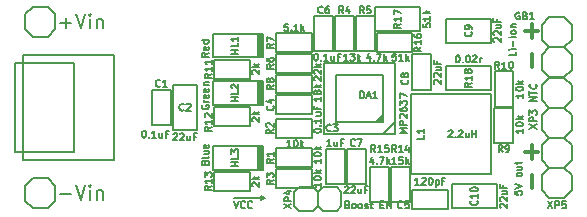
<source format=gto>
G04 #@! TF.GenerationSoftware,KiCad,Pcbnew,(5.0.0-rc2-dev-596-gcfd2f1d00)*
G04 #@! TF.CreationDate,2018-08-25T14:54:55+02:00*
G04 #@! TF.ProjectId,MP2637,4D50323633372E6B696361645F706362,rev?*
G04 #@! TF.SameCoordinates,Original*
G04 #@! TF.FileFunction,Legend,Top*
G04 #@! TF.FilePolarity,Positive*
%FSLAX45Y45*%
G04 Gerber Fmt 4.5, Leading zero omitted, Abs format (unit mm)*
G04 Created by KiCad (PCBNEW (5.0.0-rc2-dev-596-gcfd2f1d00)) date 08/25/18 14:54:55*
%MOMM*%
%LPD*%
G01*
G04 APERTURE LIST*
%ADD10C,0.200000*%
%ADD11C,0.150000*%
%ADD12C,0.100000*%
%ADD13C,0.300000*%
G04 APERTURE END LIST*
D10*
X12020000Y-6620000D02*
X12050000Y-6640000D01*
X12020000Y-6660000D02*
X12020000Y-6620000D01*
X12050000Y-6640000D02*
X12020000Y-6660000D01*
X12040000Y-6640000D02*
X11790000Y-6640000D01*
D11*
X10000000Y-5430000D02*
X10775000Y-5430000D01*
X10775000Y-5430000D02*
X10775000Y-6320000D01*
X10775000Y-6320000D02*
X10000000Y-6320000D01*
X10000000Y-5430000D02*
X10000000Y-6320000D01*
X10435000Y-6250000D02*
X10435000Y-5500000D01*
D12*
X10005000Y-6250000D02*
X10005000Y-5500000D01*
D11*
X9935000Y-5500000D02*
X10435000Y-5500000D01*
X10435000Y-6250000D02*
X9935000Y-6250000D01*
X9935000Y-6250000D02*
X9935000Y-5500000D01*
X11175000Y-6025000D02*
X11095000Y-6025000D01*
X11095000Y-6025000D02*
X11095000Y-5725000D01*
X11095000Y-5725000D02*
X11255000Y-5725000D01*
X11255000Y-5725000D02*
X11255000Y-6025000D01*
X11255000Y-6025000D02*
X11175000Y-6025000D01*
X10023000Y-6663500D02*
X10086500Y-6727000D01*
X10086500Y-6473000D02*
X10023000Y-6536500D01*
X10277000Y-6536500D02*
X10213500Y-6473000D01*
X10277000Y-6663500D02*
X10213500Y-6727000D01*
X10213500Y-6727000D02*
X10086500Y-6727000D01*
X10213500Y-6473000D02*
X10086500Y-6473000D01*
X10277000Y-6536500D02*
X10277000Y-6663500D01*
X10023000Y-6536500D02*
X10023000Y-6663500D01*
X11275000Y-6065000D02*
X11275000Y-5685000D01*
X11275000Y-5685000D02*
X11475000Y-5685000D01*
X11475000Y-5685000D02*
X11475000Y-6065000D01*
X11475000Y-6065000D02*
X11275000Y-6065000D01*
X12730000Y-6225000D02*
X12730000Y-6525000D01*
X12730000Y-6525000D02*
X12570000Y-6525000D01*
X12570000Y-6525000D02*
X12570000Y-6225000D01*
X12570000Y-6225000D02*
X12730000Y-6225000D01*
X12450000Y-5930000D02*
X12150000Y-5930000D01*
X12150000Y-5930000D02*
X12150000Y-5770000D01*
X12150000Y-5770000D02*
X12450000Y-5770000D01*
X12450000Y-5770000D02*
X12450000Y-5930000D01*
X13600000Y-6730000D02*
X13300000Y-6730000D01*
X13300000Y-6730000D02*
X13300000Y-6570000D01*
X13300000Y-6570000D02*
X13600000Y-6570000D01*
X13600000Y-6570000D02*
X13600000Y-6730000D01*
X12470000Y-5400000D02*
X12470000Y-5100000D01*
X12470000Y-5100000D02*
X12630000Y-5100000D01*
X12630000Y-5100000D02*
X12630000Y-5400000D01*
X12630000Y-5400000D02*
X12470000Y-5400000D01*
X12905000Y-6225000D02*
X12905000Y-6525000D01*
X12905000Y-6525000D02*
X12745000Y-6525000D01*
X12745000Y-6525000D02*
X12745000Y-6225000D01*
X12745000Y-6225000D02*
X12905000Y-6225000D01*
X13635000Y-6525000D02*
X14015000Y-6525000D01*
X14015000Y-6525000D02*
X14015000Y-6725000D01*
X14015000Y-6725000D02*
X13635000Y-6725000D01*
X13635000Y-6725000D02*
X13635000Y-6525000D01*
X13050000Y-5960000D02*
X13010000Y-6000000D01*
X13030000Y-6000000D02*
X13050000Y-5980000D01*
X13050000Y-6100000D02*
X13150000Y-6000000D01*
X13150000Y-6100000D02*
X12550000Y-6100000D01*
X12550000Y-6100000D02*
X12550000Y-5500000D01*
X12550000Y-5500000D02*
X13150000Y-5500000D01*
X13150000Y-5500000D02*
X13150000Y-6100000D01*
X13150000Y-6100000D02*
X13150000Y-6100000D01*
X12990000Y-6000000D02*
X13050000Y-5940000D01*
X12650000Y-6000000D02*
X12650000Y-5600000D01*
X12650000Y-5600000D02*
X13050000Y-5600000D01*
X13050000Y-5600000D02*
X13050000Y-6000000D01*
X13050000Y-6000000D02*
X12650000Y-6000000D01*
X12035000Y-5450000D02*
X12035000Y-5250000D01*
X12025000Y-5250000D02*
X12025000Y-5450000D01*
X12010820Y-5250940D02*
X12010820Y-5443980D01*
X12010820Y-5443980D02*
X12010820Y-5446520D01*
X12000660Y-5253480D02*
X12000660Y-5446520D01*
X11610000Y-5250000D02*
X12035000Y-5250000D01*
X11990000Y-5250000D02*
X11990000Y-5450000D01*
X12035000Y-5450000D02*
X11610000Y-5450000D01*
X11610000Y-5450000D02*
X11610000Y-5250000D01*
X12035000Y-5850000D02*
X12035000Y-5650000D01*
X12025000Y-5650000D02*
X12025000Y-5850000D01*
X12010820Y-5650940D02*
X12010820Y-5843980D01*
X12010820Y-5843980D02*
X12010820Y-5846520D01*
X12000660Y-5653480D02*
X12000660Y-5846520D01*
X11610000Y-5650000D02*
X12035000Y-5650000D01*
X11990000Y-5650000D02*
X11990000Y-5850000D01*
X12035000Y-5850000D02*
X11610000Y-5850000D01*
X11610000Y-5850000D02*
X11610000Y-5650000D01*
X12035000Y-6400000D02*
X12035000Y-6200000D01*
X12025000Y-6200000D02*
X12025000Y-6400000D01*
X12010820Y-6200940D02*
X12010820Y-6393980D01*
X12010820Y-6393980D02*
X12010820Y-6396520D01*
X12000660Y-6203480D02*
X12000660Y-6396520D01*
X11610000Y-6200000D02*
X12035000Y-6200000D01*
X11990000Y-6200000D02*
X11990000Y-6400000D01*
X12035000Y-6400000D02*
X11610000Y-6400000D01*
X11610000Y-6400000D02*
X11610000Y-6200000D01*
X13285000Y-5760000D02*
X13965000Y-5760000D01*
X13965000Y-5760000D02*
X13965000Y-6440000D01*
X13965000Y-6440000D02*
X13285000Y-6440000D01*
X13285000Y-6440000D02*
X13285000Y-5760000D01*
X12150000Y-6300000D02*
X12150000Y-6220000D01*
X12150000Y-6220000D02*
X12450000Y-6220000D01*
X12450000Y-6220000D02*
X12450000Y-6380000D01*
X12450000Y-6380000D02*
X12150000Y-6380000D01*
X12150000Y-6380000D02*
X12150000Y-6300000D01*
X12147700Y-6048390D02*
X12147700Y-5968390D01*
X12147700Y-5968390D02*
X12447700Y-5968390D01*
X12447700Y-5968390D02*
X12447700Y-6128390D01*
X12447700Y-6128390D02*
X12147700Y-6128390D01*
X12147700Y-6128390D02*
X12147700Y-6048390D01*
X12150000Y-6475000D02*
X12150000Y-6395000D01*
X12150000Y-6395000D02*
X12450000Y-6395000D01*
X12450000Y-6395000D02*
X12450000Y-6555000D01*
X12450000Y-6555000D02*
X12150000Y-6555000D01*
X12150000Y-6555000D02*
X12150000Y-6475000D01*
X12725000Y-5100000D02*
X12805000Y-5100000D01*
X12805000Y-5100000D02*
X12805000Y-5400000D01*
X12805000Y-5400000D02*
X12645000Y-5400000D01*
X12645000Y-5400000D02*
X12645000Y-5100000D01*
X12645000Y-5100000D02*
X12725000Y-5100000D01*
X12900000Y-5400000D02*
X12820000Y-5400000D01*
X12820000Y-5400000D02*
X12820000Y-5100000D01*
X12820000Y-5100000D02*
X12980000Y-5100000D01*
X12980000Y-5100000D02*
X12980000Y-5400000D01*
X12980000Y-5400000D02*
X12900000Y-5400000D01*
X12150000Y-5500000D02*
X12150000Y-5420000D01*
X12150000Y-5420000D02*
X12450000Y-5420000D01*
X12450000Y-5420000D02*
X12450000Y-5580000D01*
X12450000Y-5580000D02*
X12150000Y-5580000D01*
X12150000Y-5580000D02*
X12150000Y-5500000D01*
X12450000Y-5325000D02*
X12450000Y-5405000D01*
X12450000Y-5405000D02*
X12150000Y-5405000D01*
X12150000Y-5405000D02*
X12150000Y-5245000D01*
X12150000Y-5245000D02*
X12450000Y-5245000D01*
X12450000Y-5245000D02*
X12450000Y-5325000D01*
X12450000Y-5675000D02*
X12450000Y-5755000D01*
X12450000Y-5755000D02*
X12150000Y-5755000D01*
X12150000Y-5755000D02*
X12150000Y-5595000D01*
X12150000Y-5595000D02*
X12450000Y-5595000D01*
X12450000Y-5595000D02*
X12450000Y-5675000D01*
X14075000Y-6175000D02*
X13995000Y-6175000D01*
X13995000Y-6175000D02*
X13995000Y-5875000D01*
X13995000Y-5875000D02*
X14155000Y-5875000D01*
X14155000Y-5875000D02*
X14155000Y-6175000D01*
X14155000Y-6175000D02*
X14075000Y-6175000D01*
X14076600Y-5868780D02*
X13996600Y-5868780D01*
X13996600Y-5868780D02*
X13996600Y-5568780D01*
X13996600Y-5568780D02*
X14156600Y-5568780D01*
X14156600Y-5568780D02*
X14156600Y-5868780D01*
X14156600Y-5868780D02*
X14076600Y-5868780D01*
X11925000Y-5550000D02*
X11925000Y-5630000D01*
X11925000Y-5630000D02*
X11625000Y-5630000D01*
X11625000Y-5630000D02*
X11625000Y-5470000D01*
X11625000Y-5470000D02*
X11925000Y-5470000D01*
X11925000Y-5470000D02*
X11925000Y-5550000D01*
X11925000Y-5950000D02*
X11925000Y-6030000D01*
X11925000Y-6030000D02*
X11625000Y-6030000D01*
X11625000Y-6030000D02*
X11625000Y-5870000D01*
X11625000Y-5870000D02*
X11925000Y-5870000D01*
X11925000Y-5870000D02*
X11925000Y-5950000D01*
X11925000Y-6500000D02*
X11925000Y-6580000D01*
X11925000Y-6580000D02*
X11625000Y-6580000D01*
X11625000Y-6580000D02*
X11625000Y-6420000D01*
X11625000Y-6420000D02*
X11925000Y-6420000D01*
X11925000Y-6420000D02*
X11925000Y-6500000D01*
X13200000Y-6375000D02*
X13280000Y-6375000D01*
X13280000Y-6375000D02*
X13280000Y-6675000D01*
X13280000Y-6675000D02*
X13120000Y-6675000D01*
X13120000Y-6675000D02*
X13120000Y-6375000D01*
X13120000Y-6375000D02*
X13200000Y-6375000D01*
X13025000Y-6375000D02*
X13105000Y-6375000D01*
X13105000Y-6375000D02*
X13105000Y-6675000D01*
X13105000Y-6675000D02*
X12945000Y-6675000D01*
X12945000Y-6675000D02*
X12945000Y-6375000D01*
X12945000Y-6375000D02*
X13025000Y-6375000D01*
X13000000Y-5325000D02*
X13000000Y-5245000D01*
X13000000Y-5245000D02*
X13300000Y-5245000D01*
X13300000Y-5245000D02*
X13300000Y-5405000D01*
X13300000Y-5405000D02*
X13000000Y-5405000D01*
X13000000Y-5405000D02*
X13000000Y-5325000D01*
X13965000Y-5625000D02*
X13965000Y-5725000D01*
X13965000Y-5725000D02*
X13585000Y-5725000D01*
X13585000Y-5725000D02*
X13585000Y-5525000D01*
X13585000Y-5525000D02*
X13965000Y-5525000D01*
X13965000Y-5525000D02*
X13965000Y-5645000D01*
X10023000Y-5213500D02*
X10086500Y-5277000D01*
X10086500Y-5023000D02*
X10023000Y-5086500D01*
X10277000Y-5086500D02*
X10213500Y-5023000D01*
X10277000Y-5213500D02*
X10213500Y-5277000D01*
X10213500Y-5277000D02*
X10086500Y-5277000D01*
X10213500Y-5023000D02*
X10086500Y-5023000D01*
X10277000Y-5086500D02*
X10277000Y-5213500D01*
X10023000Y-5086500D02*
X10023000Y-5213500D01*
X12300000Y-6710000D02*
X12300000Y-6590000D01*
X12300000Y-6590000D02*
X12340000Y-6550000D01*
X12340000Y-6550000D02*
X12460000Y-6550000D01*
X12460000Y-6750000D02*
X12340000Y-6750000D01*
X12340000Y-6750000D02*
X12300000Y-6710000D01*
X12500000Y-6710000D02*
X12460000Y-6750000D01*
X12500000Y-6590000D02*
X12460000Y-6550000D01*
X12500000Y-6710000D02*
X12500000Y-6590000D01*
X12500000Y-6590000D02*
X12540000Y-6550000D01*
X12540000Y-6550000D02*
X12660000Y-6550000D01*
X12660000Y-6550000D02*
X12700000Y-6590000D01*
X12700000Y-6590000D02*
X12700000Y-6710000D01*
X12660000Y-6750000D02*
X12540000Y-6750000D01*
X12540000Y-6750000D02*
X12500000Y-6710000D01*
X12700000Y-6710000D02*
X12660000Y-6750000D01*
X14461500Y-6639000D02*
X14398000Y-6575500D01*
X14588500Y-6639000D02*
X14461500Y-6639000D01*
X14652000Y-6575500D02*
X14652000Y-6448500D01*
X14398000Y-6575500D02*
X14398000Y-6448500D01*
X14652000Y-6448500D02*
X14588500Y-6385000D01*
X14588500Y-6639000D02*
X14652000Y-6575500D01*
X14398000Y-6448500D02*
X14461500Y-6385000D01*
X14398000Y-6194500D02*
X14461500Y-6131000D01*
X14588500Y-6385000D02*
X14652000Y-6321500D01*
X14652000Y-6194500D02*
X14588500Y-6131000D01*
X14461500Y-6131000D02*
X14588500Y-6131000D01*
X14398000Y-6321500D02*
X14398000Y-6194500D01*
X14652000Y-6321500D02*
X14652000Y-6194500D01*
X14588500Y-6385000D02*
X14461500Y-6385000D01*
X14461500Y-6385000D02*
X14398000Y-6321500D01*
X12985000Y-5125000D02*
X12985000Y-5025000D01*
X12985000Y-5025000D02*
X13365000Y-5025000D01*
X13365000Y-5025000D02*
X13365000Y-5225000D01*
X13365000Y-5225000D02*
X12985000Y-5225000D01*
X12985000Y-5225000D02*
X12985000Y-5105000D01*
X13295000Y-5725000D02*
X13295000Y-5425000D01*
X13295000Y-5425000D02*
X13455000Y-5425000D01*
X13455000Y-5425000D02*
X13455000Y-5725000D01*
X13455000Y-5725000D02*
X13295000Y-5725000D01*
X13965000Y-5325000D02*
X13585000Y-5325000D01*
X13585000Y-5325000D02*
X13585000Y-5125000D01*
X13585000Y-5125000D02*
X13965000Y-5125000D01*
X13965000Y-5125000D02*
X13965000Y-5325000D01*
X14461500Y-5619000D02*
X14398000Y-5555500D01*
X14588500Y-5619000D02*
X14461500Y-5619000D01*
X14652000Y-5555500D02*
X14652000Y-5428500D01*
X14398000Y-5555500D02*
X14398000Y-5428500D01*
X14652000Y-5428500D02*
X14588500Y-5365000D01*
X14588500Y-5619000D02*
X14652000Y-5555500D01*
X14398000Y-5428500D02*
X14461500Y-5365000D01*
X14398000Y-5174500D02*
X14461500Y-5111000D01*
X14588500Y-5365000D02*
X14652000Y-5301500D01*
X14652000Y-5174500D02*
X14588500Y-5111000D01*
X14461500Y-5111000D02*
X14588500Y-5111000D01*
X14398000Y-5301500D02*
X14398000Y-5174500D01*
X14652000Y-5301500D02*
X14652000Y-5174500D01*
X14588500Y-5365000D02*
X14461500Y-5365000D01*
X14461500Y-5365000D02*
X14398000Y-5301500D01*
X14461500Y-6129000D02*
X14398000Y-6065500D01*
X14588500Y-6129000D02*
X14461500Y-6129000D01*
X14652000Y-6065500D02*
X14652000Y-5938500D01*
X14398000Y-6065500D02*
X14398000Y-5938500D01*
X14652000Y-5938500D02*
X14588500Y-5875000D01*
X14588500Y-6129000D02*
X14652000Y-6065500D01*
X14398000Y-5938500D02*
X14461500Y-5875000D01*
X14398000Y-5684500D02*
X14461500Y-5621000D01*
X14588500Y-5875000D02*
X14652000Y-5811500D01*
X14652000Y-5684500D02*
X14588500Y-5621000D01*
X14461500Y-5621000D02*
X14588500Y-5621000D01*
X14398000Y-5811500D02*
X14398000Y-5684500D01*
X14652000Y-5811500D02*
X14652000Y-5684500D01*
X14588500Y-5875000D02*
X14461500Y-5875000D01*
X14461500Y-5875000D02*
X14398000Y-5811500D01*
X11165000Y-5693228D02*
X11162143Y-5696086D01*
X11153571Y-5698943D01*
X11147857Y-5698943D01*
X11139286Y-5696086D01*
X11133571Y-5690371D01*
X11130714Y-5684657D01*
X11127857Y-5673228D01*
X11127857Y-5664657D01*
X11130714Y-5653228D01*
X11133571Y-5647514D01*
X11139286Y-5641800D01*
X11147857Y-5638943D01*
X11153571Y-5638943D01*
X11162143Y-5641800D01*
X11165000Y-5644657D01*
X11222143Y-5698943D02*
X11187857Y-5698943D01*
X11205000Y-5698943D02*
X11205000Y-5638943D01*
X11199286Y-5647514D01*
X11193571Y-5653228D01*
X11187857Y-5656086D01*
X11025629Y-6070743D02*
X11031343Y-6070743D01*
X11037057Y-6073600D01*
X11039914Y-6076457D01*
X11042771Y-6082171D01*
X11045629Y-6093600D01*
X11045629Y-6107886D01*
X11042771Y-6119314D01*
X11039914Y-6125028D01*
X11037057Y-6127886D01*
X11031343Y-6130743D01*
X11025629Y-6130743D01*
X11019914Y-6127886D01*
X11017057Y-6125028D01*
X11014200Y-6119314D01*
X11011343Y-6107886D01*
X11011343Y-6093600D01*
X11014200Y-6082171D01*
X11017057Y-6076457D01*
X11019914Y-6073600D01*
X11025629Y-6070743D01*
X11071343Y-6125028D02*
X11074200Y-6127886D01*
X11071343Y-6130743D01*
X11068486Y-6127886D01*
X11071343Y-6125028D01*
X11071343Y-6130743D01*
X11131343Y-6130743D02*
X11097057Y-6130743D01*
X11114200Y-6130743D02*
X11114200Y-6070743D01*
X11108486Y-6079314D01*
X11102771Y-6085028D01*
X11097057Y-6087886D01*
X11182771Y-6090743D02*
X11182771Y-6130743D01*
X11157057Y-6090743D02*
X11157057Y-6122171D01*
X11159914Y-6127886D01*
X11165629Y-6130743D01*
X11174200Y-6130743D01*
X11179914Y-6127886D01*
X11182771Y-6125028D01*
X11231343Y-6099314D02*
X11211343Y-6099314D01*
X11211343Y-6130743D02*
X11211343Y-6070743D01*
X11239914Y-6070743D01*
X10320000Y-6608571D02*
X10411429Y-6608571D01*
X10451429Y-6534286D02*
X10491429Y-6654286D01*
X10531429Y-6534286D01*
X10571429Y-6654286D02*
X10571429Y-6574286D01*
X10571429Y-6534286D02*
X10565714Y-6540000D01*
X10571429Y-6545714D01*
X10577143Y-6540000D01*
X10571429Y-6534286D01*
X10571429Y-6545714D01*
X10628571Y-6574286D02*
X10628571Y-6654286D01*
X10628571Y-6585714D02*
X10634286Y-6580000D01*
X10645714Y-6574286D01*
X10662857Y-6574286D01*
X10674286Y-6580000D01*
X10680000Y-6591428D01*
X10680000Y-6654286D01*
X11365000Y-5896428D02*
X11362143Y-5899286D01*
X11353571Y-5902143D01*
X11347857Y-5902143D01*
X11339286Y-5899286D01*
X11333571Y-5893571D01*
X11330714Y-5887857D01*
X11327857Y-5876428D01*
X11327857Y-5867857D01*
X11330714Y-5856428D01*
X11333571Y-5850714D01*
X11339286Y-5845000D01*
X11347857Y-5842143D01*
X11353571Y-5842143D01*
X11362143Y-5845000D01*
X11365000Y-5847857D01*
X11387857Y-5847857D02*
X11390714Y-5845000D01*
X11396428Y-5842143D01*
X11410714Y-5842143D01*
X11416428Y-5845000D01*
X11419286Y-5847857D01*
X11422143Y-5853571D01*
X11422143Y-5859286D01*
X11419286Y-5867857D01*
X11385000Y-5902143D01*
X11422143Y-5902143D01*
X11276428Y-6097857D02*
X11279286Y-6095000D01*
X11285000Y-6092143D01*
X11299286Y-6092143D01*
X11305000Y-6095000D01*
X11307857Y-6097857D01*
X11310714Y-6103571D01*
X11310714Y-6109286D01*
X11307857Y-6117857D01*
X11273571Y-6152143D01*
X11310714Y-6152143D01*
X11333571Y-6097857D02*
X11336428Y-6095000D01*
X11342143Y-6092143D01*
X11356428Y-6092143D01*
X11362143Y-6095000D01*
X11365000Y-6097857D01*
X11367857Y-6103571D01*
X11367857Y-6109286D01*
X11365000Y-6117857D01*
X11330714Y-6152143D01*
X11367857Y-6152143D01*
X11419286Y-6112143D02*
X11419286Y-6152143D01*
X11393571Y-6112143D02*
X11393571Y-6143571D01*
X11396428Y-6149286D01*
X11402143Y-6152143D01*
X11410714Y-6152143D01*
X11416428Y-6149286D01*
X11419286Y-6146428D01*
X11467857Y-6120714D02*
X11447857Y-6120714D01*
X11447857Y-6152143D02*
X11447857Y-6092143D01*
X11476428Y-6092143D01*
X12610000Y-6071428D02*
X12607143Y-6074286D01*
X12598571Y-6077143D01*
X12592857Y-6077143D01*
X12584286Y-6074286D01*
X12578571Y-6068571D01*
X12575714Y-6062857D01*
X12572857Y-6051428D01*
X12572857Y-6042857D01*
X12575714Y-6031428D01*
X12578571Y-6025714D01*
X12584286Y-6020000D01*
X12592857Y-6017143D01*
X12598571Y-6017143D01*
X12607143Y-6020000D01*
X12610000Y-6022857D01*
X12630000Y-6017143D02*
X12667143Y-6017143D01*
X12647143Y-6040000D01*
X12655714Y-6040000D01*
X12661428Y-6042857D01*
X12664286Y-6045714D01*
X12667143Y-6051428D01*
X12667143Y-6065714D01*
X12664286Y-6071428D01*
X12661428Y-6074286D01*
X12655714Y-6077143D01*
X12638571Y-6077143D01*
X12632857Y-6074286D01*
X12630000Y-6071428D01*
X12614286Y-6202143D02*
X12580000Y-6202143D01*
X12597143Y-6202143D02*
X12597143Y-6142143D01*
X12591428Y-6150714D01*
X12585714Y-6156428D01*
X12580000Y-6159286D01*
X12665714Y-6162143D02*
X12665714Y-6202143D01*
X12640000Y-6162143D02*
X12640000Y-6193571D01*
X12642857Y-6199286D01*
X12648571Y-6202143D01*
X12657143Y-6202143D01*
X12662857Y-6199286D01*
X12665714Y-6196428D01*
X12714286Y-6170714D02*
X12694286Y-6170714D01*
X12694286Y-6202143D02*
X12694286Y-6142143D01*
X12722857Y-6142143D01*
X12121428Y-5860000D02*
X12124286Y-5862857D01*
X12127143Y-5871428D01*
X12127143Y-5877143D01*
X12124286Y-5885714D01*
X12118571Y-5891428D01*
X12112857Y-5894286D01*
X12101428Y-5897143D01*
X12092857Y-5897143D01*
X12081428Y-5894286D01*
X12075714Y-5891428D01*
X12070000Y-5885714D01*
X12067143Y-5877143D01*
X12067143Y-5871428D01*
X12070000Y-5862857D01*
X12072857Y-5860000D01*
X12087143Y-5808571D02*
X12127143Y-5808571D01*
X12064286Y-5822857D02*
X12107143Y-5837143D01*
X12107143Y-5800000D01*
X12467143Y-6073571D02*
X12467143Y-6067857D01*
X12470000Y-6062143D01*
X12472857Y-6059286D01*
X12478571Y-6056428D01*
X12490000Y-6053571D01*
X12504286Y-6053571D01*
X12515714Y-6056428D01*
X12521428Y-6059286D01*
X12524286Y-6062143D01*
X12527143Y-6067857D01*
X12527143Y-6073571D01*
X12524286Y-6079286D01*
X12521428Y-6082143D01*
X12515714Y-6085000D01*
X12504286Y-6087857D01*
X12490000Y-6087857D01*
X12478571Y-6085000D01*
X12472857Y-6082143D01*
X12470000Y-6079286D01*
X12467143Y-6073571D01*
X12521428Y-6027857D02*
X12524286Y-6025000D01*
X12527143Y-6027857D01*
X12524286Y-6030714D01*
X12521428Y-6027857D01*
X12527143Y-6027857D01*
X12527143Y-5967857D02*
X12527143Y-6002143D01*
X12527143Y-5985000D02*
X12467143Y-5985000D01*
X12475714Y-5990714D01*
X12481428Y-5996428D01*
X12484286Y-6002143D01*
X12487143Y-5916428D02*
X12527143Y-5916428D01*
X12487143Y-5942143D02*
X12518571Y-5942143D01*
X12524286Y-5939286D01*
X12527143Y-5933571D01*
X12527143Y-5925000D01*
X12524286Y-5919286D01*
X12521428Y-5916428D01*
X12495714Y-5867857D02*
X12495714Y-5887857D01*
X12527143Y-5887857D02*
X12467143Y-5887857D01*
X12467143Y-5859286D01*
X13215000Y-6721428D02*
X13212143Y-6724286D01*
X13203571Y-6727143D01*
X13197857Y-6727143D01*
X13189286Y-6724286D01*
X13183571Y-6718571D01*
X13180714Y-6712857D01*
X13177857Y-6701428D01*
X13177857Y-6692857D01*
X13180714Y-6681428D01*
X13183571Y-6675714D01*
X13189286Y-6670000D01*
X13197857Y-6667143D01*
X13203571Y-6667143D01*
X13212143Y-6670000D01*
X13215000Y-6672857D01*
X13269286Y-6667143D02*
X13240714Y-6667143D01*
X13237857Y-6695714D01*
X13240714Y-6692857D01*
X13246428Y-6690000D01*
X13260714Y-6690000D01*
X13266428Y-6692857D01*
X13269286Y-6695714D01*
X13272143Y-6701428D01*
X13272143Y-6715714D01*
X13269286Y-6721428D01*
X13266428Y-6724286D01*
X13260714Y-6727143D01*
X13246428Y-6727143D01*
X13240714Y-6724286D01*
X13237857Y-6721428D01*
X13357143Y-6527143D02*
X13322857Y-6527143D01*
X13340000Y-6527143D02*
X13340000Y-6467143D01*
X13334286Y-6475714D01*
X13328571Y-6481428D01*
X13322857Y-6484286D01*
X13380000Y-6472857D02*
X13382857Y-6470000D01*
X13388571Y-6467143D01*
X13402857Y-6467143D01*
X13408571Y-6470000D01*
X13411428Y-6472857D01*
X13414286Y-6478571D01*
X13414286Y-6484286D01*
X13411428Y-6492857D01*
X13377143Y-6527143D01*
X13414286Y-6527143D01*
X13451428Y-6467143D02*
X13457143Y-6467143D01*
X13462857Y-6470000D01*
X13465714Y-6472857D01*
X13468571Y-6478571D01*
X13471428Y-6490000D01*
X13471428Y-6504286D01*
X13468571Y-6515714D01*
X13465714Y-6521428D01*
X13462857Y-6524286D01*
X13457143Y-6527143D01*
X13451428Y-6527143D01*
X13445714Y-6524286D01*
X13442857Y-6521428D01*
X13440000Y-6515714D01*
X13437143Y-6504286D01*
X13437143Y-6490000D01*
X13440000Y-6478571D01*
X13442857Y-6472857D01*
X13445714Y-6470000D01*
X13451428Y-6467143D01*
X13497143Y-6487143D02*
X13497143Y-6547143D01*
X13497143Y-6490000D02*
X13502857Y-6487143D01*
X13514286Y-6487143D01*
X13520000Y-6490000D01*
X13522857Y-6492857D01*
X13525714Y-6498571D01*
X13525714Y-6515714D01*
X13522857Y-6521428D01*
X13520000Y-6524286D01*
X13514286Y-6527143D01*
X13502857Y-6527143D01*
X13497143Y-6524286D01*
X13571428Y-6495714D02*
X13551428Y-6495714D01*
X13551428Y-6527143D02*
X13551428Y-6467143D01*
X13580000Y-6467143D01*
X12540000Y-5071429D02*
X12537143Y-5074286D01*
X12528571Y-5077143D01*
X12522857Y-5077143D01*
X12514286Y-5074286D01*
X12508571Y-5068571D01*
X12505714Y-5062857D01*
X12502857Y-5051429D01*
X12502857Y-5042857D01*
X12505714Y-5031429D01*
X12508571Y-5025714D01*
X12514286Y-5020000D01*
X12522857Y-5017143D01*
X12528571Y-5017143D01*
X12537143Y-5020000D01*
X12540000Y-5022857D01*
X12591428Y-5017143D02*
X12580000Y-5017143D01*
X12574286Y-5020000D01*
X12571428Y-5022857D01*
X12565714Y-5031429D01*
X12562857Y-5042857D01*
X12562857Y-5065714D01*
X12565714Y-5071429D01*
X12568571Y-5074286D01*
X12574286Y-5077143D01*
X12585714Y-5077143D01*
X12591428Y-5074286D01*
X12594286Y-5071429D01*
X12597143Y-5065714D01*
X12597143Y-5051429D01*
X12594286Y-5045714D01*
X12591428Y-5042857D01*
X12585714Y-5040000D01*
X12574286Y-5040000D01*
X12568571Y-5042857D01*
X12565714Y-5045714D01*
X12562857Y-5051429D01*
X12481428Y-5417143D02*
X12487143Y-5417143D01*
X12492857Y-5420000D01*
X12495714Y-5422857D01*
X12498571Y-5428571D01*
X12501428Y-5440000D01*
X12501428Y-5454286D01*
X12498571Y-5465714D01*
X12495714Y-5471429D01*
X12492857Y-5474286D01*
X12487143Y-5477143D01*
X12481428Y-5477143D01*
X12475714Y-5474286D01*
X12472857Y-5471429D01*
X12470000Y-5465714D01*
X12467143Y-5454286D01*
X12467143Y-5440000D01*
X12470000Y-5428571D01*
X12472857Y-5422857D01*
X12475714Y-5420000D01*
X12481428Y-5417143D01*
X12527143Y-5471429D02*
X12530000Y-5474286D01*
X12527143Y-5477143D01*
X12524286Y-5474286D01*
X12527143Y-5471429D01*
X12527143Y-5477143D01*
X12587143Y-5477143D02*
X12552857Y-5477143D01*
X12570000Y-5477143D02*
X12570000Y-5417143D01*
X12564286Y-5425714D01*
X12558571Y-5431429D01*
X12552857Y-5434286D01*
X12638571Y-5437143D02*
X12638571Y-5477143D01*
X12612857Y-5437143D02*
X12612857Y-5468571D01*
X12615714Y-5474286D01*
X12621428Y-5477143D01*
X12630000Y-5477143D01*
X12635714Y-5474286D01*
X12638571Y-5471429D01*
X12687143Y-5445714D02*
X12667143Y-5445714D01*
X12667143Y-5477143D02*
X12667143Y-5417143D01*
X12695714Y-5417143D01*
X12815000Y-6196428D02*
X12812143Y-6199286D01*
X12803571Y-6202143D01*
X12797857Y-6202143D01*
X12789286Y-6199286D01*
X12783571Y-6193571D01*
X12780714Y-6187857D01*
X12777857Y-6176428D01*
X12777857Y-6167857D01*
X12780714Y-6156428D01*
X12783571Y-6150714D01*
X12789286Y-6145000D01*
X12797857Y-6142143D01*
X12803571Y-6142143D01*
X12812143Y-6145000D01*
X12815000Y-6147857D01*
X12835000Y-6142143D02*
X12875000Y-6142143D01*
X12849286Y-6202143D01*
X12726428Y-6547857D02*
X12729286Y-6545000D01*
X12735000Y-6542143D01*
X12749286Y-6542143D01*
X12755000Y-6545000D01*
X12757857Y-6547857D01*
X12760714Y-6553571D01*
X12760714Y-6559286D01*
X12757857Y-6567857D01*
X12723571Y-6602143D01*
X12760714Y-6602143D01*
X12783571Y-6547857D02*
X12786428Y-6545000D01*
X12792143Y-6542143D01*
X12806428Y-6542143D01*
X12812143Y-6545000D01*
X12815000Y-6547857D01*
X12817857Y-6553571D01*
X12817857Y-6559286D01*
X12815000Y-6567857D01*
X12780714Y-6602143D01*
X12817857Y-6602143D01*
X12869286Y-6562143D02*
X12869286Y-6602143D01*
X12843571Y-6562143D02*
X12843571Y-6593571D01*
X12846428Y-6599286D01*
X12852143Y-6602143D01*
X12860714Y-6602143D01*
X12866428Y-6599286D01*
X12869286Y-6596428D01*
X12917857Y-6570714D02*
X12897857Y-6570714D01*
X12897857Y-6602143D02*
X12897857Y-6542143D01*
X12926428Y-6542143D01*
X13846428Y-6663571D02*
X13849286Y-6666428D01*
X13852143Y-6675000D01*
X13852143Y-6680714D01*
X13849286Y-6689286D01*
X13843571Y-6695000D01*
X13837857Y-6697857D01*
X13826428Y-6700714D01*
X13817857Y-6700714D01*
X13806428Y-6697857D01*
X13800714Y-6695000D01*
X13795000Y-6689286D01*
X13792143Y-6680714D01*
X13792143Y-6675000D01*
X13795000Y-6666428D01*
X13797857Y-6663571D01*
X13852143Y-6606428D02*
X13852143Y-6640714D01*
X13852143Y-6623571D02*
X13792143Y-6623571D01*
X13800714Y-6629286D01*
X13806428Y-6635000D01*
X13809286Y-6640714D01*
X13792143Y-6569286D02*
X13792143Y-6563571D01*
X13795000Y-6557857D01*
X13797857Y-6555000D01*
X13803571Y-6552143D01*
X13815000Y-6549286D01*
X13829286Y-6549286D01*
X13840714Y-6552143D01*
X13846428Y-6555000D01*
X13849286Y-6557857D01*
X13852143Y-6563571D01*
X13852143Y-6569286D01*
X13849286Y-6575000D01*
X13846428Y-6577857D01*
X13840714Y-6580714D01*
X13829286Y-6583571D01*
X13815000Y-6583571D01*
X13803571Y-6580714D01*
X13797857Y-6577857D01*
X13795000Y-6575000D01*
X13792143Y-6569286D01*
X14047857Y-6723571D02*
X14045000Y-6720714D01*
X14042143Y-6715000D01*
X14042143Y-6700714D01*
X14045000Y-6695000D01*
X14047857Y-6692143D01*
X14053571Y-6689286D01*
X14059286Y-6689286D01*
X14067857Y-6692143D01*
X14102143Y-6726428D01*
X14102143Y-6689286D01*
X14047857Y-6666428D02*
X14045000Y-6663571D01*
X14042143Y-6657857D01*
X14042143Y-6643571D01*
X14045000Y-6637857D01*
X14047857Y-6635000D01*
X14053571Y-6632143D01*
X14059286Y-6632143D01*
X14067857Y-6635000D01*
X14102143Y-6669286D01*
X14102143Y-6632143D01*
X14062143Y-6580714D02*
X14102143Y-6580714D01*
X14062143Y-6606428D02*
X14093571Y-6606428D01*
X14099286Y-6603571D01*
X14102143Y-6597857D01*
X14102143Y-6589286D01*
X14099286Y-6583571D01*
X14096428Y-6580714D01*
X14070714Y-6532143D02*
X14070714Y-6552143D01*
X14102143Y-6552143D02*
X14042143Y-6552143D01*
X14042143Y-6523571D01*
X12860000Y-5797143D02*
X12860000Y-5737143D01*
X12874286Y-5737143D01*
X12882857Y-5740000D01*
X12888571Y-5745714D01*
X12891428Y-5751428D01*
X12894286Y-5762857D01*
X12894286Y-5771428D01*
X12891428Y-5782857D01*
X12888571Y-5788571D01*
X12882857Y-5794286D01*
X12874286Y-5797143D01*
X12860000Y-5797143D01*
X12917143Y-5780000D02*
X12945714Y-5780000D01*
X12911428Y-5797143D02*
X12931428Y-5737143D01*
X12951428Y-5797143D01*
X13002857Y-5797143D02*
X12968571Y-5797143D01*
X12985714Y-5797143D02*
X12985714Y-5737143D01*
X12980000Y-5745714D01*
X12974286Y-5751428D01*
X12968571Y-5754286D01*
X13252143Y-6089286D02*
X13192143Y-6089286D01*
X13235000Y-6069286D01*
X13192143Y-6049286D01*
X13252143Y-6049286D01*
X13252143Y-6020714D02*
X13192143Y-6020714D01*
X13192143Y-5997857D01*
X13195000Y-5992143D01*
X13197857Y-5989286D01*
X13203571Y-5986428D01*
X13212143Y-5986428D01*
X13217857Y-5989286D01*
X13220714Y-5992143D01*
X13223571Y-5997857D01*
X13223571Y-6020714D01*
X13197857Y-5963571D02*
X13195000Y-5960714D01*
X13192143Y-5955000D01*
X13192143Y-5940714D01*
X13195000Y-5935000D01*
X13197857Y-5932143D01*
X13203571Y-5929286D01*
X13209286Y-5929286D01*
X13217857Y-5932143D01*
X13252143Y-5966428D01*
X13252143Y-5929286D01*
X13192143Y-5877857D02*
X13192143Y-5889286D01*
X13195000Y-5895000D01*
X13197857Y-5897857D01*
X13206428Y-5903571D01*
X13217857Y-5906428D01*
X13240714Y-5906428D01*
X13246428Y-5903571D01*
X13249286Y-5900714D01*
X13252143Y-5895000D01*
X13252143Y-5883571D01*
X13249286Y-5877857D01*
X13246428Y-5875000D01*
X13240714Y-5872143D01*
X13226428Y-5872143D01*
X13220714Y-5875000D01*
X13217857Y-5877857D01*
X13215000Y-5883571D01*
X13215000Y-5895000D01*
X13217857Y-5900714D01*
X13220714Y-5903571D01*
X13226428Y-5906428D01*
X13192143Y-5852143D02*
X13192143Y-5815000D01*
X13215000Y-5835000D01*
X13215000Y-5826428D01*
X13217857Y-5820714D01*
X13220714Y-5817857D01*
X13226428Y-5815000D01*
X13240714Y-5815000D01*
X13246428Y-5817857D01*
X13249286Y-5820714D01*
X13252143Y-5826428D01*
X13252143Y-5843571D01*
X13249286Y-5849286D01*
X13246428Y-5852143D01*
X13192143Y-5795000D02*
X13192143Y-5755000D01*
X13252143Y-5780714D01*
X11827143Y-5420000D02*
X11767143Y-5420000D01*
X11795714Y-5420000D02*
X11795714Y-5385714D01*
X11827143Y-5385714D02*
X11767143Y-5385714D01*
X11827143Y-5328571D02*
X11827143Y-5357143D01*
X11767143Y-5357143D01*
X11827143Y-5277143D02*
X11827143Y-5311429D01*
X11827143Y-5294286D02*
X11767143Y-5294286D01*
X11775714Y-5300000D01*
X11781428Y-5305714D01*
X11784286Y-5311429D01*
X11577143Y-5409286D02*
X11548571Y-5429286D01*
X11577143Y-5443571D02*
X11517143Y-5443571D01*
X11517143Y-5420714D01*
X11520000Y-5415000D01*
X11522857Y-5412143D01*
X11528571Y-5409286D01*
X11537143Y-5409286D01*
X11542857Y-5412143D01*
X11545714Y-5415000D01*
X11548571Y-5420714D01*
X11548571Y-5443571D01*
X11574286Y-5360714D02*
X11577143Y-5366429D01*
X11577143Y-5377857D01*
X11574286Y-5383571D01*
X11568571Y-5386429D01*
X11545714Y-5386429D01*
X11540000Y-5383571D01*
X11537143Y-5377857D01*
X11537143Y-5366429D01*
X11540000Y-5360714D01*
X11545714Y-5357857D01*
X11551428Y-5357857D01*
X11557143Y-5386429D01*
X11577143Y-5306429D02*
X11517143Y-5306429D01*
X11574286Y-5306429D02*
X11577143Y-5312143D01*
X11577143Y-5323571D01*
X11574286Y-5329286D01*
X11571428Y-5332143D01*
X11565714Y-5335000D01*
X11548571Y-5335000D01*
X11542857Y-5332143D01*
X11540000Y-5329286D01*
X11537143Y-5323571D01*
X11537143Y-5312143D01*
X11540000Y-5306429D01*
X11827143Y-5820000D02*
X11767143Y-5820000D01*
X11795714Y-5820000D02*
X11795714Y-5785714D01*
X11827143Y-5785714D02*
X11767143Y-5785714D01*
X11827143Y-5728571D02*
X11827143Y-5757143D01*
X11767143Y-5757143D01*
X11772857Y-5711428D02*
X11770000Y-5708571D01*
X11767143Y-5702857D01*
X11767143Y-5688571D01*
X11770000Y-5682857D01*
X11772857Y-5680000D01*
X11778571Y-5677143D01*
X11784286Y-5677143D01*
X11792857Y-5680000D01*
X11827143Y-5714286D01*
X11827143Y-5677143D01*
X11520000Y-5856428D02*
X11517143Y-5862143D01*
X11517143Y-5870714D01*
X11520000Y-5879286D01*
X11525714Y-5885000D01*
X11531428Y-5887857D01*
X11542857Y-5890714D01*
X11551428Y-5890714D01*
X11562857Y-5887857D01*
X11568571Y-5885000D01*
X11574286Y-5879286D01*
X11577143Y-5870714D01*
X11577143Y-5865000D01*
X11574286Y-5856428D01*
X11571428Y-5853571D01*
X11551428Y-5853571D01*
X11551428Y-5865000D01*
X11577143Y-5827857D02*
X11537143Y-5827857D01*
X11548571Y-5827857D02*
X11542857Y-5825000D01*
X11540000Y-5822143D01*
X11537143Y-5816428D01*
X11537143Y-5810714D01*
X11574286Y-5767857D02*
X11577143Y-5773571D01*
X11577143Y-5785000D01*
X11574286Y-5790714D01*
X11568571Y-5793571D01*
X11545714Y-5793571D01*
X11540000Y-5790714D01*
X11537143Y-5785000D01*
X11537143Y-5773571D01*
X11540000Y-5767857D01*
X11545714Y-5765000D01*
X11551428Y-5765000D01*
X11557143Y-5793571D01*
X11574286Y-5716428D02*
X11577143Y-5722143D01*
X11577143Y-5733571D01*
X11574286Y-5739286D01*
X11568571Y-5742143D01*
X11545714Y-5742143D01*
X11540000Y-5739286D01*
X11537143Y-5733571D01*
X11537143Y-5722143D01*
X11540000Y-5716428D01*
X11545714Y-5713571D01*
X11551428Y-5713571D01*
X11557143Y-5742143D01*
X11537143Y-5687857D02*
X11577143Y-5687857D01*
X11542857Y-5687857D02*
X11540000Y-5685000D01*
X11537143Y-5679286D01*
X11537143Y-5670714D01*
X11540000Y-5665000D01*
X11545714Y-5662143D01*
X11577143Y-5662143D01*
X11827143Y-6370000D02*
X11767143Y-6370000D01*
X11795714Y-6370000D02*
X11795714Y-6335714D01*
X11827143Y-6335714D02*
X11767143Y-6335714D01*
X11827143Y-6278571D02*
X11827143Y-6307143D01*
X11767143Y-6307143D01*
X11767143Y-6264286D02*
X11767143Y-6227143D01*
X11790000Y-6247143D01*
X11790000Y-6238571D01*
X11792857Y-6232857D01*
X11795714Y-6230000D01*
X11801428Y-6227143D01*
X11815714Y-6227143D01*
X11821428Y-6230000D01*
X11824286Y-6232857D01*
X11827143Y-6238571D01*
X11827143Y-6255714D01*
X11824286Y-6261428D01*
X11821428Y-6264286D01*
X11545714Y-6339286D02*
X11548571Y-6330714D01*
X11551428Y-6327857D01*
X11557143Y-6325000D01*
X11565714Y-6325000D01*
X11571428Y-6327857D01*
X11574286Y-6330714D01*
X11577143Y-6336428D01*
X11577143Y-6359286D01*
X11517143Y-6359286D01*
X11517143Y-6339286D01*
X11520000Y-6333571D01*
X11522857Y-6330714D01*
X11528571Y-6327857D01*
X11534286Y-6327857D01*
X11540000Y-6330714D01*
X11542857Y-6333571D01*
X11545714Y-6339286D01*
X11545714Y-6359286D01*
X11577143Y-6290714D02*
X11574286Y-6296428D01*
X11568571Y-6299286D01*
X11517143Y-6299286D01*
X11537143Y-6242143D02*
X11577143Y-6242143D01*
X11537143Y-6267857D02*
X11568571Y-6267857D01*
X11574286Y-6265000D01*
X11577143Y-6259286D01*
X11577143Y-6250714D01*
X11574286Y-6245000D01*
X11571428Y-6242143D01*
X11574286Y-6190714D02*
X11577143Y-6196428D01*
X11577143Y-6207857D01*
X11574286Y-6213571D01*
X11568571Y-6216428D01*
X11545714Y-6216428D01*
X11540000Y-6213571D01*
X11537143Y-6207857D01*
X11537143Y-6196428D01*
X11540000Y-6190714D01*
X11545714Y-6187857D01*
X11551428Y-6187857D01*
X11557143Y-6216428D01*
X13402143Y-6110000D02*
X13402143Y-6138571D01*
X13342143Y-6138571D01*
X13402143Y-6058571D02*
X13402143Y-6092857D01*
X13402143Y-6075714D02*
X13342143Y-6075714D01*
X13350714Y-6081428D01*
X13356428Y-6087143D01*
X13359286Y-6092857D01*
X13606428Y-6072857D02*
X13609286Y-6070000D01*
X13615000Y-6067143D01*
X13629286Y-6067143D01*
X13635000Y-6070000D01*
X13637857Y-6072857D01*
X13640714Y-6078571D01*
X13640714Y-6084286D01*
X13637857Y-6092857D01*
X13603571Y-6127143D01*
X13640714Y-6127143D01*
X13666428Y-6121428D02*
X13669286Y-6124286D01*
X13666428Y-6127143D01*
X13663571Y-6124286D01*
X13666428Y-6121428D01*
X13666428Y-6127143D01*
X13692143Y-6072857D02*
X13695000Y-6070000D01*
X13700714Y-6067143D01*
X13715000Y-6067143D01*
X13720714Y-6070000D01*
X13723571Y-6072857D01*
X13726428Y-6078571D01*
X13726428Y-6084286D01*
X13723571Y-6092857D01*
X13689286Y-6127143D01*
X13726428Y-6127143D01*
X13777857Y-6087143D02*
X13777857Y-6127143D01*
X13752143Y-6087143D02*
X13752143Y-6118571D01*
X13755000Y-6124286D01*
X13760714Y-6127143D01*
X13769286Y-6127143D01*
X13775000Y-6124286D01*
X13777857Y-6121428D01*
X13806428Y-6127143D02*
X13806428Y-6067143D01*
X13806428Y-6095714D02*
X13840714Y-6095714D01*
X13840714Y-6127143D02*
X13840714Y-6067143D01*
X12127143Y-6310000D02*
X12098571Y-6330000D01*
X12127143Y-6344286D02*
X12067143Y-6344286D01*
X12067143Y-6321428D01*
X12070000Y-6315714D01*
X12072857Y-6312857D01*
X12078571Y-6310000D01*
X12087143Y-6310000D01*
X12092857Y-6312857D01*
X12095714Y-6315714D01*
X12098571Y-6321428D01*
X12098571Y-6344286D01*
X12127143Y-6252857D02*
X12127143Y-6287143D01*
X12127143Y-6270000D02*
X12067143Y-6270000D01*
X12075714Y-6275714D01*
X12081428Y-6281428D01*
X12084286Y-6287143D01*
X12527143Y-6310714D02*
X12527143Y-6345000D01*
X12527143Y-6327857D02*
X12467143Y-6327857D01*
X12475714Y-6333571D01*
X12481428Y-6339286D01*
X12484286Y-6345000D01*
X12467143Y-6273571D02*
X12467143Y-6267857D01*
X12470000Y-6262143D01*
X12472857Y-6259286D01*
X12478571Y-6256428D01*
X12490000Y-6253571D01*
X12504286Y-6253571D01*
X12515714Y-6256428D01*
X12521428Y-6259286D01*
X12524286Y-6262143D01*
X12527143Y-6267857D01*
X12527143Y-6273571D01*
X12524286Y-6279286D01*
X12521428Y-6282143D01*
X12515714Y-6285000D01*
X12504286Y-6287857D01*
X12490000Y-6287857D01*
X12478571Y-6285000D01*
X12472857Y-6282143D01*
X12470000Y-6279286D01*
X12467143Y-6273571D01*
X12527143Y-6227857D02*
X12467143Y-6227857D01*
X12504286Y-6222143D02*
X12527143Y-6205000D01*
X12487143Y-6205000D02*
X12510000Y-6227857D01*
X12124843Y-6058390D02*
X12096271Y-6078390D01*
X12124843Y-6092676D02*
X12064843Y-6092676D01*
X12064843Y-6069818D01*
X12067700Y-6064104D01*
X12070557Y-6061247D01*
X12076271Y-6058390D01*
X12084843Y-6058390D01*
X12090557Y-6061247D01*
X12093414Y-6064104D01*
X12096271Y-6069818D01*
X12096271Y-6092676D01*
X12070557Y-6035533D02*
X12067700Y-6032676D01*
X12064843Y-6026961D01*
X12064843Y-6012676D01*
X12067700Y-6006961D01*
X12070557Y-6004104D01*
X12076271Y-6001247D01*
X12081986Y-6001247D01*
X12090557Y-6004104D01*
X12124843Y-6038390D01*
X12124843Y-6001247D01*
X12271986Y-6210533D02*
X12237700Y-6210533D01*
X12254843Y-6210533D02*
X12254843Y-6150533D01*
X12249128Y-6159104D01*
X12243414Y-6164818D01*
X12237700Y-6167676D01*
X12309128Y-6150533D02*
X12314843Y-6150533D01*
X12320557Y-6153390D01*
X12323414Y-6156247D01*
X12326271Y-6161961D01*
X12329128Y-6173390D01*
X12329128Y-6187676D01*
X12326271Y-6199104D01*
X12323414Y-6204818D01*
X12320557Y-6207676D01*
X12314843Y-6210533D01*
X12309128Y-6210533D01*
X12303414Y-6207676D01*
X12300557Y-6204818D01*
X12297700Y-6199104D01*
X12294843Y-6187676D01*
X12294843Y-6173390D01*
X12297700Y-6161961D01*
X12300557Y-6156247D01*
X12303414Y-6153390D01*
X12309128Y-6150533D01*
X12354843Y-6210533D02*
X12354843Y-6150533D01*
X12360557Y-6187676D02*
X12377700Y-6210533D01*
X12377700Y-6170533D02*
X12354843Y-6193390D01*
X12127143Y-6485000D02*
X12098571Y-6505000D01*
X12127143Y-6519286D02*
X12067143Y-6519286D01*
X12067143Y-6496428D01*
X12070000Y-6490714D01*
X12072857Y-6487857D01*
X12078571Y-6485000D01*
X12087143Y-6485000D01*
X12092857Y-6487857D01*
X12095714Y-6490714D01*
X12098571Y-6496428D01*
X12098571Y-6519286D01*
X12067143Y-6465000D02*
X12067143Y-6427857D01*
X12090000Y-6447857D01*
X12090000Y-6439286D01*
X12092857Y-6433571D01*
X12095714Y-6430714D01*
X12101428Y-6427857D01*
X12115714Y-6427857D01*
X12121428Y-6430714D01*
X12124286Y-6433571D01*
X12127143Y-6439286D01*
X12127143Y-6456428D01*
X12124286Y-6462143D01*
X12121428Y-6465000D01*
X12527143Y-6510714D02*
X12527143Y-6545000D01*
X12527143Y-6527857D02*
X12467143Y-6527857D01*
X12475714Y-6533571D01*
X12481428Y-6539286D01*
X12484286Y-6545000D01*
X12467143Y-6473571D02*
X12467143Y-6467857D01*
X12470000Y-6462143D01*
X12472857Y-6459286D01*
X12478571Y-6456428D01*
X12490000Y-6453571D01*
X12504286Y-6453571D01*
X12515714Y-6456428D01*
X12521428Y-6459286D01*
X12524286Y-6462143D01*
X12527143Y-6467857D01*
X12527143Y-6473571D01*
X12524286Y-6479286D01*
X12521428Y-6482143D01*
X12515714Y-6485000D01*
X12504286Y-6487857D01*
X12490000Y-6487857D01*
X12478571Y-6485000D01*
X12472857Y-6482143D01*
X12470000Y-6479286D01*
X12467143Y-6473571D01*
X12527143Y-6427857D02*
X12467143Y-6427857D01*
X12504286Y-6422143D02*
X12527143Y-6405000D01*
X12487143Y-6405000D02*
X12510000Y-6427857D01*
X12715000Y-5077143D02*
X12695000Y-5048571D01*
X12680714Y-5077143D02*
X12680714Y-5017143D01*
X12703571Y-5017143D01*
X12709286Y-5020000D01*
X12712143Y-5022857D01*
X12715000Y-5028571D01*
X12715000Y-5037143D01*
X12712143Y-5042857D01*
X12709286Y-5045714D01*
X12703571Y-5048571D01*
X12680714Y-5048571D01*
X12766428Y-5037143D02*
X12766428Y-5077143D01*
X12752143Y-5014286D02*
X12737857Y-5057143D01*
X12775000Y-5057143D01*
X12754286Y-5477143D02*
X12720000Y-5477143D01*
X12737143Y-5477143D02*
X12737143Y-5417143D01*
X12731428Y-5425714D01*
X12725714Y-5431429D01*
X12720000Y-5434286D01*
X12774286Y-5417143D02*
X12811428Y-5417143D01*
X12791428Y-5440000D01*
X12800000Y-5440000D01*
X12805714Y-5442857D01*
X12808571Y-5445714D01*
X12811428Y-5451429D01*
X12811428Y-5465714D01*
X12808571Y-5471429D01*
X12805714Y-5474286D01*
X12800000Y-5477143D01*
X12782857Y-5477143D01*
X12777143Y-5474286D01*
X12774286Y-5471429D01*
X12837143Y-5477143D02*
X12837143Y-5417143D01*
X12842857Y-5454286D02*
X12860000Y-5477143D01*
X12860000Y-5437143D02*
X12837143Y-5460000D01*
X12890000Y-5077143D02*
X12870000Y-5048571D01*
X12855714Y-5077143D02*
X12855714Y-5017143D01*
X12878571Y-5017143D01*
X12884286Y-5020000D01*
X12887143Y-5022857D01*
X12890000Y-5028571D01*
X12890000Y-5037143D01*
X12887143Y-5042857D01*
X12884286Y-5045714D01*
X12878571Y-5048571D01*
X12855714Y-5048571D01*
X12944286Y-5017143D02*
X12915714Y-5017143D01*
X12912857Y-5045714D01*
X12915714Y-5042857D01*
X12921428Y-5040000D01*
X12935714Y-5040000D01*
X12941428Y-5042857D01*
X12944286Y-5045714D01*
X12947143Y-5051429D01*
X12947143Y-5065714D01*
X12944286Y-5071429D01*
X12941428Y-5074286D01*
X12935714Y-5077143D01*
X12921428Y-5077143D01*
X12915714Y-5074286D01*
X12912857Y-5071429D01*
X12944286Y-5437143D02*
X12944286Y-5477143D01*
X12930000Y-5414286D02*
X12915714Y-5457143D01*
X12952857Y-5457143D01*
X12975714Y-5471429D02*
X12978571Y-5474286D01*
X12975714Y-5477143D01*
X12972857Y-5474286D01*
X12975714Y-5471429D01*
X12975714Y-5477143D01*
X12998571Y-5417143D02*
X13038571Y-5417143D01*
X13012857Y-5477143D01*
X13061428Y-5477143D02*
X13061428Y-5417143D01*
X13067143Y-5454286D02*
X13084286Y-5477143D01*
X13084286Y-5437143D02*
X13061428Y-5460000D01*
X12127143Y-5510000D02*
X12098571Y-5530000D01*
X12127143Y-5544286D02*
X12067143Y-5544286D01*
X12067143Y-5521429D01*
X12070000Y-5515714D01*
X12072857Y-5512857D01*
X12078571Y-5510000D01*
X12087143Y-5510000D01*
X12092857Y-5512857D01*
X12095714Y-5515714D01*
X12098571Y-5521429D01*
X12098571Y-5544286D01*
X12067143Y-5458571D02*
X12067143Y-5470000D01*
X12070000Y-5475714D01*
X12072857Y-5478571D01*
X12081428Y-5484286D01*
X12092857Y-5487143D01*
X12115714Y-5487143D01*
X12121428Y-5484286D01*
X12124286Y-5481429D01*
X12127143Y-5475714D01*
X12127143Y-5464286D01*
X12124286Y-5458571D01*
X12121428Y-5455714D01*
X12115714Y-5452857D01*
X12101428Y-5452857D01*
X12095714Y-5455714D01*
X12092857Y-5458571D01*
X12090000Y-5464286D01*
X12090000Y-5475714D01*
X12092857Y-5481429D01*
X12095714Y-5484286D01*
X12101428Y-5487143D01*
X12472857Y-5645000D02*
X12470000Y-5642143D01*
X12467143Y-5636428D01*
X12467143Y-5622143D01*
X12470000Y-5616428D01*
X12472857Y-5613571D01*
X12478571Y-5610714D01*
X12484286Y-5610714D01*
X12492857Y-5613571D01*
X12527143Y-5647857D01*
X12527143Y-5610714D01*
X12472857Y-5587857D02*
X12470000Y-5585000D01*
X12467143Y-5579286D01*
X12467143Y-5565000D01*
X12470000Y-5559286D01*
X12472857Y-5556429D01*
X12478571Y-5553571D01*
X12484286Y-5553571D01*
X12492857Y-5556429D01*
X12527143Y-5590714D01*
X12527143Y-5553571D01*
X12527143Y-5527857D02*
X12467143Y-5527857D01*
X12504286Y-5522143D02*
X12527143Y-5505000D01*
X12487143Y-5505000D02*
X12510000Y-5527857D01*
X12127143Y-5335000D02*
X12098571Y-5355000D01*
X12127143Y-5369286D02*
X12067143Y-5369286D01*
X12067143Y-5346429D01*
X12070000Y-5340714D01*
X12072857Y-5337857D01*
X12078571Y-5335000D01*
X12087143Y-5335000D01*
X12092857Y-5337857D01*
X12095714Y-5340714D01*
X12098571Y-5346429D01*
X12098571Y-5369286D01*
X12067143Y-5315000D02*
X12067143Y-5275000D01*
X12127143Y-5300714D01*
X12247143Y-5167143D02*
X12218571Y-5167143D01*
X12215714Y-5195714D01*
X12218571Y-5192857D01*
X12224286Y-5190000D01*
X12238571Y-5190000D01*
X12244286Y-5192857D01*
X12247143Y-5195714D01*
X12250000Y-5201429D01*
X12250000Y-5215714D01*
X12247143Y-5221429D01*
X12244286Y-5224286D01*
X12238571Y-5227143D01*
X12224286Y-5227143D01*
X12218571Y-5224286D01*
X12215714Y-5221429D01*
X12275714Y-5221429D02*
X12278571Y-5224286D01*
X12275714Y-5227143D01*
X12272857Y-5224286D01*
X12275714Y-5221429D01*
X12275714Y-5227143D01*
X12335714Y-5227143D02*
X12301428Y-5227143D01*
X12318571Y-5227143D02*
X12318571Y-5167143D01*
X12312857Y-5175714D01*
X12307143Y-5181429D01*
X12301428Y-5184286D01*
X12361428Y-5227143D02*
X12361428Y-5167143D01*
X12367143Y-5204286D02*
X12384286Y-5227143D01*
X12384286Y-5187143D02*
X12361428Y-5210000D01*
X12127143Y-5685000D02*
X12098571Y-5705000D01*
X12127143Y-5719286D02*
X12067143Y-5719286D01*
X12067143Y-5696428D01*
X12070000Y-5690714D01*
X12072857Y-5687857D01*
X12078571Y-5685000D01*
X12087143Y-5685000D01*
X12092857Y-5687857D01*
X12095714Y-5690714D01*
X12098571Y-5696428D01*
X12098571Y-5719286D01*
X12092857Y-5650714D02*
X12090000Y-5656428D01*
X12087143Y-5659286D01*
X12081428Y-5662143D01*
X12078571Y-5662143D01*
X12072857Y-5659286D01*
X12070000Y-5656428D01*
X12067143Y-5650714D01*
X12067143Y-5639286D01*
X12070000Y-5633571D01*
X12072857Y-5630714D01*
X12078571Y-5627857D01*
X12081428Y-5627857D01*
X12087143Y-5630714D01*
X12090000Y-5633571D01*
X12092857Y-5639286D01*
X12092857Y-5650714D01*
X12095714Y-5656428D01*
X12098571Y-5659286D01*
X12104286Y-5662143D01*
X12115714Y-5662143D01*
X12121428Y-5659286D01*
X12124286Y-5656428D01*
X12127143Y-5650714D01*
X12127143Y-5639286D01*
X12124286Y-5633571D01*
X12121428Y-5630714D01*
X12115714Y-5627857D01*
X12104286Y-5627857D01*
X12098571Y-5630714D01*
X12095714Y-5633571D01*
X12092857Y-5639286D01*
X12527143Y-5785714D02*
X12527143Y-5820000D01*
X12527143Y-5802857D02*
X12467143Y-5802857D01*
X12475714Y-5808571D01*
X12481428Y-5814286D01*
X12484286Y-5820000D01*
X12492857Y-5751428D02*
X12490000Y-5757143D01*
X12487143Y-5760000D01*
X12481428Y-5762857D01*
X12478571Y-5762857D01*
X12472857Y-5760000D01*
X12470000Y-5757143D01*
X12467143Y-5751428D01*
X12467143Y-5740000D01*
X12470000Y-5734286D01*
X12472857Y-5731428D01*
X12478571Y-5728571D01*
X12481428Y-5728571D01*
X12487143Y-5731428D01*
X12490000Y-5734286D01*
X12492857Y-5740000D01*
X12492857Y-5751428D01*
X12495714Y-5757143D01*
X12498571Y-5760000D01*
X12504286Y-5762857D01*
X12515714Y-5762857D01*
X12521428Y-5760000D01*
X12524286Y-5757143D01*
X12527143Y-5751428D01*
X12527143Y-5740000D01*
X12524286Y-5734286D01*
X12521428Y-5731428D01*
X12515714Y-5728571D01*
X12504286Y-5728571D01*
X12498571Y-5731428D01*
X12495714Y-5734286D01*
X12492857Y-5740000D01*
X12527143Y-5702857D02*
X12467143Y-5702857D01*
X12504286Y-5697143D02*
X12527143Y-5680000D01*
X12487143Y-5680000D02*
X12510000Y-5702857D01*
X14065000Y-6252143D02*
X14045000Y-6223571D01*
X14030714Y-6252143D02*
X14030714Y-6192143D01*
X14053571Y-6192143D01*
X14059286Y-6195000D01*
X14062143Y-6197857D01*
X14065000Y-6203571D01*
X14065000Y-6212143D01*
X14062143Y-6217857D01*
X14059286Y-6220714D01*
X14053571Y-6223571D01*
X14030714Y-6223571D01*
X14093571Y-6252143D02*
X14105000Y-6252143D01*
X14110714Y-6249286D01*
X14113571Y-6246428D01*
X14119286Y-6237857D01*
X14122143Y-6226428D01*
X14122143Y-6203571D01*
X14119286Y-6197857D01*
X14116428Y-6195000D01*
X14110714Y-6192143D01*
X14099286Y-6192143D01*
X14093571Y-6195000D01*
X14090714Y-6197857D01*
X14087857Y-6203571D01*
X14087857Y-6217857D01*
X14090714Y-6223571D01*
X14093571Y-6226428D01*
X14099286Y-6229286D01*
X14110714Y-6229286D01*
X14116428Y-6226428D01*
X14119286Y-6223571D01*
X14122143Y-6217857D01*
X14237143Y-6055714D02*
X14237143Y-6090000D01*
X14237143Y-6072857D02*
X14177143Y-6072857D01*
X14185714Y-6078571D01*
X14191428Y-6084286D01*
X14194286Y-6090000D01*
X14177143Y-6018571D02*
X14177143Y-6012857D01*
X14180000Y-6007143D01*
X14182857Y-6004286D01*
X14188571Y-6001428D01*
X14200000Y-5998571D01*
X14214286Y-5998571D01*
X14225714Y-6001428D01*
X14231428Y-6004286D01*
X14234286Y-6007143D01*
X14237143Y-6012857D01*
X14237143Y-6018571D01*
X14234286Y-6024286D01*
X14231428Y-6027143D01*
X14225714Y-6030000D01*
X14214286Y-6032857D01*
X14200000Y-6032857D01*
X14188571Y-6030000D01*
X14182857Y-6027143D01*
X14180000Y-6024286D01*
X14177143Y-6018571D01*
X14237143Y-5972857D02*
X14177143Y-5972857D01*
X14214286Y-5967143D02*
X14237143Y-5950000D01*
X14197143Y-5950000D02*
X14220000Y-5972857D01*
X14038028Y-5545923D02*
X14018028Y-5517351D01*
X14003743Y-5545923D02*
X14003743Y-5485923D01*
X14026600Y-5485923D01*
X14032314Y-5488780D01*
X14035171Y-5491637D01*
X14038028Y-5497351D01*
X14038028Y-5505923D01*
X14035171Y-5511637D01*
X14032314Y-5514494D01*
X14026600Y-5517351D01*
X14003743Y-5517351D01*
X14095171Y-5545923D02*
X14060886Y-5545923D01*
X14078028Y-5545923D02*
X14078028Y-5485923D01*
X14072314Y-5494494D01*
X14066600Y-5500209D01*
X14060886Y-5503066D01*
X14132314Y-5485923D02*
X14138028Y-5485923D01*
X14143743Y-5488780D01*
X14146600Y-5491637D01*
X14149457Y-5497351D01*
X14152314Y-5508780D01*
X14152314Y-5523066D01*
X14149457Y-5534494D01*
X14146600Y-5540209D01*
X14143743Y-5543066D01*
X14138028Y-5545923D01*
X14132314Y-5545923D01*
X14126600Y-5543066D01*
X14123743Y-5540209D01*
X14120886Y-5534494D01*
X14118028Y-5523066D01*
X14118028Y-5508780D01*
X14120886Y-5497351D01*
X14123743Y-5491637D01*
X14126600Y-5488780D01*
X14132314Y-5485923D01*
X14237183Y-5755714D02*
X14237183Y-5790000D01*
X14237183Y-5772857D02*
X14177183Y-5772857D01*
X14185754Y-5778571D01*
X14191468Y-5784286D01*
X14194326Y-5790000D01*
X14177183Y-5718571D02*
X14177183Y-5712857D01*
X14180040Y-5707143D01*
X14182897Y-5704286D01*
X14188611Y-5701428D01*
X14200040Y-5698571D01*
X14214326Y-5698571D01*
X14225754Y-5701428D01*
X14231468Y-5704286D01*
X14234326Y-5707143D01*
X14237183Y-5712857D01*
X14237183Y-5718571D01*
X14234326Y-5724286D01*
X14231468Y-5727143D01*
X14225754Y-5730000D01*
X14214326Y-5732857D01*
X14200040Y-5732857D01*
X14188611Y-5730000D01*
X14182897Y-5727143D01*
X14180040Y-5724286D01*
X14177183Y-5718571D01*
X14237183Y-5672857D02*
X14177183Y-5672857D01*
X14214326Y-5667143D02*
X14237183Y-5650000D01*
X14197183Y-5650000D02*
X14220040Y-5672857D01*
X11602143Y-5588571D02*
X11573571Y-5608571D01*
X11602143Y-5622857D02*
X11542143Y-5622857D01*
X11542143Y-5600000D01*
X11545000Y-5594286D01*
X11547857Y-5591429D01*
X11553571Y-5588571D01*
X11562143Y-5588571D01*
X11567857Y-5591429D01*
X11570714Y-5594286D01*
X11573571Y-5600000D01*
X11573571Y-5622857D01*
X11602143Y-5531429D02*
X11602143Y-5565714D01*
X11602143Y-5548571D02*
X11542143Y-5548571D01*
X11550714Y-5554286D01*
X11556428Y-5560000D01*
X11559286Y-5565714D01*
X11602143Y-5474286D02*
X11602143Y-5508571D01*
X11602143Y-5491429D02*
X11542143Y-5491429D01*
X11550714Y-5497143D01*
X11556428Y-5502857D01*
X11559286Y-5508571D01*
X11947857Y-5591429D02*
X11945000Y-5588571D01*
X11942143Y-5582857D01*
X11942143Y-5568571D01*
X11945000Y-5562857D01*
X11947857Y-5560000D01*
X11953571Y-5557143D01*
X11959286Y-5557143D01*
X11967857Y-5560000D01*
X12002143Y-5594286D01*
X12002143Y-5557143D01*
X12002143Y-5531429D02*
X11942143Y-5531429D01*
X11979286Y-5525714D02*
X12002143Y-5508571D01*
X11962143Y-5508571D02*
X11985000Y-5531429D01*
X11602143Y-6038571D02*
X11573571Y-6058571D01*
X11602143Y-6072857D02*
X11542143Y-6072857D01*
X11542143Y-6050000D01*
X11545000Y-6044286D01*
X11547857Y-6041428D01*
X11553571Y-6038571D01*
X11562143Y-6038571D01*
X11567857Y-6041428D01*
X11570714Y-6044286D01*
X11573571Y-6050000D01*
X11573571Y-6072857D01*
X11602143Y-5981428D02*
X11602143Y-6015714D01*
X11602143Y-5998571D02*
X11542143Y-5998571D01*
X11550714Y-6004286D01*
X11556428Y-6010000D01*
X11559286Y-6015714D01*
X11547857Y-5958571D02*
X11545000Y-5955714D01*
X11542143Y-5950000D01*
X11542143Y-5935714D01*
X11545000Y-5930000D01*
X11547857Y-5927143D01*
X11553571Y-5924286D01*
X11559286Y-5924286D01*
X11567857Y-5927143D01*
X11602143Y-5961428D01*
X11602143Y-5924286D01*
X11947857Y-5991428D02*
X11945000Y-5988571D01*
X11942143Y-5982857D01*
X11942143Y-5968571D01*
X11945000Y-5962857D01*
X11947857Y-5960000D01*
X11953571Y-5957143D01*
X11959286Y-5957143D01*
X11967857Y-5960000D01*
X12002143Y-5994286D01*
X12002143Y-5957143D01*
X12002143Y-5931428D02*
X11942143Y-5931428D01*
X11979286Y-5925714D02*
X12002143Y-5908571D01*
X11962143Y-5908571D02*
X11985000Y-5931428D01*
X11602143Y-6538571D02*
X11573571Y-6558571D01*
X11602143Y-6572857D02*
X11542143Y-6572857D01*
X11542143Y-6550000D01*
X11545000Y-6544286D01*
X11547857Y-6541428D01*
X11553571Y-6538571D01*
X11562143Y-6538571D01*
X11567857Y-6541428D01*
X11570714Y-6544286D01*
X11573571Y-6550000D01*
X11573571Y-6572857D01*
X11602143Y-6481428D02*
X11602143Y-6515714D01*
X11602143Y-6498571D02*
X11542143Y-6498571D01*
X11550714Y-6504286D01*
X11556428Y-6510000D01*
X11559286Y-6515714D01*
X11542143Y-6461428D02*
X11542143Y-6424286D01*
X11565000Y-6444286D01*
X11565000Y-6435714D01*
X11567857Y-6430000D01*
X11570714Y-6427143D01*
X11576428Y-6424286D01*
X11590714Y-6424286D01*
X11596428Y-6427143D01*
X11599286Y-6430000D01*
X11602143Y-6435714D01*
X11602143Y-6452857D01*
X11599286Y-6458571D01*
X11596428Y-6461428D01*
X11947857Y-6541428D02*
X11945000Y-6538571D01*
X11942143Y-6532857D01*
X11942143Y-6518571D01*
X11945000Y-6512857D01*
X11947857Y-6510000D01*
X11953571Y-6507143D01*
X11959286Y-6507143D01*
X11967857Y-6510000D01*
X12002143Y-6544286D01*
X12002143Y-6507143D01*
X12002143Y-6481428D02*
X11942143Y-6481428D01*
X11979286Y-6475714D02*
X12002143Y-6458571D01*
X11962143Y-6458571D02*
X11985000Y-6481428D01*
X13161428Y-6252143D02*
X13141428Y-6223571D01*
X13127143Y-6252143D02*
X13127143Y-6192143D01*
X13150000Y-6192143D01*
X13155714Y-6195000D01*
X13158571Y-6197857D01*
X13161428Y-6203571D01*
X13161428Y-6212143D01*
X13158571Y-6217857D01*
X13155714Y-6220714D01*
X13150000Y-6223571D01*
X13127143Y-6223571D01*
X13218571Y-6252143D02*
X13184286Y-6252143D01*
X13201428Y-6252143D02*
X13201428Y-6192143D01*
X13195714Y-6200714D01*
X13190000Y-6206428D01*
X13184286Y-6209286D01*
X13270000Y-6212143D02*
X13270000Y-6252143D01*
X13255714Y-6189286D02*
X13241428Y-6232143D01*
X13278571Y-6232143D01*
X13164286Y-6352143D02*
X13130000Y-6352143D01*
X13147143Y-6352143D02*
X13147143Y-6292143D01*
X13141428Y-6300714D01*
X13135714Y-6306428D01*
X13130000Y-6309286D01*
X13218571Y-6292143D02*
X13190000Y-6292143D01*
X13187143Y-6320714D01*
X13190000Y-6317857D01*
X13195714Y-6315000D01*
X13210000Y-6315000D01*
X13215714Y-6317857D01*
X13218571Y-6320714D01*
X13221428Y-6326428D01*
X13221428Y-6340714D01*
X13218571Y-6346428D01*
X13215714Y-6349286D01*
X13210000Y-6352143D01*
X13195714Y-6352143D01*
X13190000Y-6349286D01*
X13187143Y-6346428D01*
X13247143Y-6352143D02*
X13247143Y-6292143D01*
X13252857Y-6329286D02*
X13270000Y-6352143D01*
X13270000Y-6312143D02*
X13247143Y-6335000D01*
X12986428Y-6252143D02*
X12966428Y-6223571D01*
X12952143Y-6252143D02*
X12952143Y-6192143D01*
X12975000Y-6192143D01*
X12980714Y-6195000D01*
X12983571Y-6197857D01*
X12986428Y-6203571D01*
X12986428Y-6212143D01*
X12983571Y-6217857D01*
X12980714Y-6220714D01*
X12975000Y-6223571D01*
X12952143Y-6223571D01*
X13043571Y-6252143D02*
X13009286Y-6252143D01*
X13026428Y-6252143D02*
X13026428Y-6192143D01*
X13020714Y-6200714D01*
X13015000Y-6206428D01*
X13009286Y-6209286D01*
X13097857Y-6192143D02*
X13069286Y-6192143D01*
X13066428Y-6220714D01*
X13069286Y-6217857D01*
X13075000Y-6215000D01*
X13089286Y-6215000D01*
X13095000Y-6217857D01*
X13097857Y-6220714D01*
X13100714Y-6226428D01*
X13100714Y-6240714D01*
X13097857Y-6246428D01*
X13095000Y-6249286D01*
X13089286Y-6252143D01*
X13075000Y-6252143D01*
X13069286Y-6249286D01*
X13066428Y-6246428D01*
X12969286Y-6312143D02*
X12969286Y-6352143D01*
X12955000Y-6289286D02*
X12940714Y-6332143D01*
X12977857Y-6332143D01*
X13000714Y-6346428D02*
X13003571Y-6349286D01*
X13000714Y-6352143D01*
X12997857Y-6349286D01*
X13000714Y-6346428D01*
X13000714Y-6352143D01*
X13023571Y-6292143D02*
X13063571Y-6292143D01*
X13037857Y-6352143D01*
X13086428Y-6352143D02*
X13086428Y-6292143D01*
X13092143Y-6329286D02*
X13109286Y-6352143D01*
X13109286Y-6312143D02*
X13086428Y-6335000D01*
X13377143Y-5363571D02*
X13348571Y-5383571D01*
X13377143Y-5397857D02*
X13317143Y-5397857D01*
X13317143Y-5375000D01*
X13320000Y-5369286D01*
X13322857Y-5366429D01*
X13328571Y-5363571D01*
X13337143Y-5363571D01*
X13342857Y-5366429D01*
X13345714Y-5369286D01*
X13348571Y-5375000D01*
X13348571Y-5397857D01*
X13377143Y-5306429D02*
X13377143Y-5340714D01*
X13377143Y-5323571D02*
X13317143Y-5323571D01*
X13325714Y-5329286D01*
X13331428Y-5335000D01*
X13334286Y-5340714D01*
X13317143Y-5255000D02*
X13317143Y-5266429D01*
X13320000Y-5272143D01*
X13322857Y-5275000D01*
X13331428Y-5280714D01*
X13342857Y-5283571D01*
X13365714Y-5283571D01*
X13371428Y-5280714D01*
X13374286Y-5277857D01*
X13377143Y-5272143D01*
X13377143Y-5260714D01*
X13374286Y-5255000D01*
X13371428Y-5252143D01*
X13365714Y-5249286D01*
X13351428Y-5249286D01*
X13345714Y-5252143D01*
X13342857Y-5255000D01*
X13340000Y-5260714D01*
X13340000Y-5272143D01*
X13342857Y-5277857D01*
X13345714Y-5280714D01*
X13351428Y-5283571D01*
X13161428Y-5417143D02*
X13132857Y-5417143D01*
X13130000Y-5445714D01*
X13132857Y-5442857D01*
X13138571Y-5440000D01*
X13152857Y-5440000D01*
X13158571Y-5442857D01*
X13161428Y-5445714D01*
X13164286Y-5451429D01*
X13164286Y-5465714D01*
X13161428Y-5471429D01*
X13158571Y-5474286D01*
X13152857Y-5477143D01*
X13138571Y-5477143D01*
X13132857Y-5474286D01*
X13130000Y-5471429D01*
X13221428Y-5477143D02*
X13187143Y-5477143D01*
X13204286Y-5477143D02*
X13204286Y-5417143D01*
X13198571Y-5425714D01*
X13192857Y-5431429D01*
X13187143Y-5434286D01*
X13247143Y-5477143D02*
X13247143Y-5417143D01*
X13252857Y-5454286D02*
X13270000Y-5477143D01*
X13270000Y-5437143D02*
X13247143Y-5460000D01*
X13802143Y-5663571D02*
X13773571Y-5683571D01*
X13802143Y-5697857D02*
X13742143Y-5697857D01*
X13742143Y-5675000D01*
X13745000Y-5669286D01*
X13747857Y-5666428D01*
X13753571Y-5663571D01*
X13762143Y-5663571D01*
X13767857Y-5666428D01*
X13770714Y-5669286D01*
X13773571Y-5675000D01*
X13773571Y-5697857D01*
X13802143Y-5606428D02*
X13802143Y-5640714D01*
X13802143Y-5623571D02*
X13742143Y-5623571D01*
X13750714Y-5629286D01*
X13756428Y-5635000D01*
X13759286Y-5640714D01*
X13767857Y-5572143D02*
X13765000Y-5577857D01*
X13762143Y-5580714D01*
X13756428Y-5583571D01*
X13753571Y-5583571D01*
X13747857Y-5580714D01*
X13745000Y-5577857D01*
X13742143Y-5572143D01*
X13742143Y-5560714D01*
X13745000Y-5555000D01*
X13747857Y-5552143D01*
X13753571Y-5549286D01*
X13756428Y-5549286D01*
X13762143Y-5552143D01*
X13765000Y-5555000D01*
X13767857Y-5560714D01*
X13767857Y-5572143D01*
X13770714Y-5577857D01*
X13773571Y-5580714D01*
X13779286Y-5583571D01*
X13790714Y-5583571D01*
X13796428Y-5580714D01*
X13799286Y-5577857D01*
X13802143Y-5572143D01*
X13802143Y-5560714D01*
X13799286Y-5555000D01*
X13796428Y-5552143D01*
X13790714Y-5549286D01*
X13779286Y-5549286D01*
X13773571Y-5552143D01*
X13770714Y-5555000D01*
X13767857Y-5560714D01*
X13682143Y-5432143D02*
X13687857Y-5432143D01*
X13693571Y-5435000D01*
X13696428Y-5437857D01*
X13699286Y-5443571D01*
X13702143Y-5455000D01*
X13702143Y-5469286D01*
X13699286Y-5480714D01*
X13696428Y-5486429D01*
X13693571Y-5489286D01*
X13687857Y-5492143D01*
X13682143Y-5492143D01*
X13676428Y-5489286D01*
X13673571Y-5486429D01*
X13670714Y-5480714D01*
X13667857Y-5469286D01*
X13667857Y-5455000D01*
X13670714Y-5443571D01*
X13673571Y-5437857D01*
X13676428Y-5435000D01*
X13682143Y-5432143D01*
X13727857Y-5486429D02*
X13730714Y-5489286D01*
X13727857Y-5492143D01*
X13725000Y-5489286D01*
X13727857Y-5486429D01*
X13727857Y-5492143D01*
X13767857Y-5432143D02*
X13773571Y-5432143D01*
X13779286Y-5435000D01*
X13782143Y-5437857D01*
X13785000Y-5443571D01*
X13787857Y-5455000D01*
X13787857Y-5469286D01*
X13785000Y-5480714D01*
X13782143Y-5486429D01*
X13779286Y-5489286D01*
X13773571Y-5492143D01*
X13767857Y-5492143D01*
X13762143Y-5489286D01*
X13759286Y-5486429D01*
X13756428Y-5480714D01*
X13753571Y-5469286D01*
X13753571Y-5455000D01*
X13756428Y-5443571D01*
X13759286Y-5437857D01*
X13762143Y-5435000D01*
X13767857Y-5432143D01*
X13810714Y-5437857D02*
X13813571Y-5435000D01*
X13819286Y-5432143D01*
X13833571Y-5432143D01*
X13839286Y-5435000D01*
X13842143Y-5437857D01*
X13845000Y-5443571D01*
X13845000Y-5449286D01*
X13842143Y-5457857D01*
X13807857Y-5492143D01*
X13845000Y-5492143D01*
X13870714Y-5492143D02*
X13870714Y-5452143D01*
X13870714Y-5463571D02*
X13873571Y-5457857D01*
X13876428Y-5455000D01*
X13882143Y-5452143D01*
X13887857Y-5452143D01*
X10320000Y-5158571D02*
X10411429Y-5158571D01*
X10365714Y-5204286D02*
X10365714Y-5112857D01*
X10451429Y-5084286D02*
X10491429Y-5204286D01*
X10531429Y-5084286D01*
X10571429Y-5204286D02*
X10571429Y-5124286D01*
X10571429Y-5084286D02*
X10565714Y-5090000D01*
X10571429Y-5095714D01*
X10577143Y-5090000D01*
X10571429Y-5084286D01*
X10571429Y-5095714D01*
X10628571Y-5124286D02*
X10628571Y-5204286D01*
X10628571Y-5135714D02*
X10634286Y-5130000D01*
X10645714Y-5124286D01*
X10662857Y-5124286D01*
X10674286Y-5130000D01*
X10680000Y-5141429D01*
X10680000Y-5204286D01*
X12217143Y-6728571D02*
X12277143Y-6688571D01*
X12217143Y-6688571D02*
X12277143Y-6728571D01*
X12277143Y-6665714D02*
X12217143Y-6665714D01*
X12217143Y-6642857D01*
X12220000Y-6637143D01*
X12222857Y-6634286D01*
X12228571Y-6631428D01*
X12237143Y-6631428D01*
X12242857Y-6634286D01*
X12245714Y-6637143D01*
X12248571Y-6642857D01*
X12248571Y-6665714D01*
X12237143Y-6580000D02*
X12277143Y-6580000D01*
X12214286Y-6594286D02*
X12257143Y-6608571D01*
X12257143Y-6571428D01*
X12752143Y-6695714D02*
X12760714Y-6698571D01*
X12763571Y-6701428D01*
X12766428Y-6707143D01*
X12766428Y-6715714D01*
X12763571Y-6721428D01*
X12760714Y-6724286D01*
X12755000Y-6727143D01*
X12732143Y-6727143D01*
X12732143Y-6667143D01*
X12752143Y-6667143D01*
X12757857Y-6670000D01*
X12760714Y-6672857D01*
X12763571Y-6678571D01*
X12763571Y-6684286D01*
X12760714Y-6690000D01*
X12757857Y-6692857D01*
X12752143Y-6695714D01*
X12732143Y-6695714D01*
X12800714Y-6727143D02*
X12795000Y-6724286D01*
X12792143Y-6721428D01*
X12789286Y-6715714D01*
X12789286Y-6698571D01*
X12792143Y-6692857D01*
X12795000Y-6690000D01*
X12800714Y-6687143D01*
X12809286Y-6687143D01*
X12815000Y-6690000D01*
X12817857Y-6692857D01*
X12820714Y-6698571D01*
X12820714Y-6715714D01*
X12817857Y-6721428D01*
X12815000Y-6724286D01*
X12809286Y-6727143D01*
X12800714Y-6727143D01*
X12855000Y-6727143D02*
X12849286Y-6724286D01*
X12846428Y-6721428D01*
X12843571Y-6715714D01*
X12843571Y-6698571D01*
X12846428Y-6692857D01*
X12849286Y-6690000D01*
X12855000Y-6687143D01*
X12863571Y-6687143D01*
X12869286Y-6690000D01*
X12872143Y-6692857D01*
X12875000Y-6698571D01*
X12875000Y-6715714D01*
X12872143Y-6721428D01*
X12869286Y-6724286D01*
X12863571Y-6727143D01*
X12855000Y-6727143D01*
X12897857Y-6724286D02*
X12903571Y-6727143D01*
X12915000Y-6727143D01*
X12920714Y-6724286D01*
X12923571Y-6718571D01*
X12923571Y-6715714D01*
X12920714Y-6710000D01*
X12915000Y-6707143D01*
X12906428Y-6707143D01*
X12900714Y-6704286D01*
X12897857Y-6698571D01*
X12897857Y-6695714D01*
X12900714Y-6690000D01*
X12906428Y-6687143D01*
X12915000Y-6687143D01*
X12920714Y-6690000D01*
X12940714Y-6687143D02*
X12963571Y-6687143D01*
X12949286Y-6667143D02*
X12949286Y-6718571D01*
X12952143Y-6724286D01*
X12957857Y-6727143D01*
X12963571Y-6727143D01*
X13029286Y-6695714D02*
X13049286Y-6695714D01*
X13057857Y-6727143D02*
X13029286Y-6727143D01*
X13029286Y-6667143D01*
X13057857Y-6667143D01*
X13083571Y-6727143D02*
X13083571Y-6667143D01*
X13117857Y-6727143D01*
X13117857Y-6667143D01*
X14446428Y-6667143D02*
X14486428Y-6727143D01*
X14486428Y-6667143D02*
X14446428Y-6727143D01*
X14509286Y-6727143D02*
X14509286Y-6667143D01*
X14532143Y-6667143D01*
X14537857Y-6670000D01*
X14540714Y-6672857D01*
X14543571Y-6678571D01*
X14543571Y-6687143D01*
X14540714Y-6692857D01*
X14537857Y-6695714D01*
X14532143Y-6698571D01*
X14509286Y-6698571D01*
X14597857Y-6667143D02*
X14569286Y-6667143D01*
X14566428Y-6695714D01*
X14569286Y-6692857D01*
X14575000Y-6690000D01*
X14589286Y-6690000D01*
X14595000Y-6692857D01*
X14597857Y-6695714D01*
X14600714Y-6701428D01*
X14600714Y-6715714D01*
X14597857Y-6721428D01*
X14595000Y-6724286D01*
X14589286Y-6727143D01*
X14575000Y-6727143D01*
X14569286Y-6724286D01*
X14566428Y-6721428D01*
X14167143Y-6580714D02*
X14167143Y-6609286D01*
X14195714Y-6612143D01*
X14192857Y-6609286D01*
X14190000Y-6603571D01*
X14190000Y-6589286D01*
X14192857Y-6583571D01*
X14195714Y-6580714D01*
X14201428Y-6577857D01*
X14215714Y-6577857D01*
X14221428Y-6580714D01*
X14224286Y-6583571D01*
X14227143Y-6589286D01*
X14227143Y-6603571D01*
X14224286Y-6609286D01*
X14221428Y-6612143D01*
X14167143Y-6560714D02*
X14227143Y-6540714D01*
X14167143Y-6520714D01*
X14227143Y-6446428D02*
X14224286Y-6452143D01*
X14221428Y-6455000D01*
X14215714Y-6457857D01*
X14198571Y-6457857D01*
X14192857Y-6455000D01*
X14190000Y-6452143D01*
X14187143Y-6446428D01*
X14187143Y-6437857D01*
X14190000Y-6432143D01*
X14192857Y-6429286D01*
X14198571Y-6426428D01*
X14215714Y-6426428D01*
X14221428Y-6429286D01*
X14224286Y-6432143D01*
X14227143Y-6437857D01*
X14227143Y-6446428D01*
X14187143Y-6375000D02*
X14227143Y-6375000D01*
X14187143Y-6400714D02*
X14218571Y-6400714D01*
X14224286Y-6397857D01*
X14227143Y-6392143D01*
X14227143Y-6383571D01*
X14224286Y-6377857D01*
X14221428Y-6375000D01*
X14187143Y-6355000D02*
X14187143Y-6332143D01*
X14167143Y-6346428D02*
X14218571Y-6346428D01*
X14224286Y-6343571D01*
X14227143Y-6337857D01*
X14227143Y-6332143D01*
D13*
X14310714Y-6557143D02*
X14310714Y-6442857D01*
X14310714Y-6307143D02*
X14310714Y-6192857D01*
X14367857Y-6250000D02*
X14253571Y-6250000D01*
D11*
X13202143Y-5163571D02*
X13173571Y-5183571D01*
X13202143Y-5197857D02*
X13142143Y-5197857D01*
X13142143Y-5175000D01*
X13145000Y-5169286D01*
X13147857Y-5166429D01*
X13153571Y-5163571D01*
X13162143Y-5163571D01*
X13167857Y-5166429D01*
X13170714Y-5169286D01*
X13173571Y-5175000D01*
X13173571Y-5197857D01*
X13202143Y-5106429D02*
X13202143Y-5140714D01*
X13202143Y-5123571D02*
X13142143Y-5123571D01*
X13150714Y-5129286D01*
X13156428Y-5135000D01*
X13159286Y-5140714D01*
X13142143Y-5086429D02*
X13142143Y-5046429D01*
X13202143Y-5072143D01*
X13392143Y-5163571D02*
X13392143Y-5192143D01*
X13420714Y-5195000D01*
X13417857Y-5192143D01*
X13415000Y-5186429D01*
X13415000Y-5172143D01*
X13417857Y-5166429D01*
X13420714Y-5163571D01*
X13426428Y-5160714D01*
X13440714Y-5160714D01*
X13446428Y-5163571D01*
X13449286Y-5166429D01*
X13452143Y-5172143D01*
X13452143Y-5186429D01*
X13449286Y-5192143D01*
X13446428Y-5195000D01*
X13452143Y-5103571D02*
X13452143Y-5137857D01*
X13452143Y-5120714D02*
X13392143Y-5120714D01*
X13400714Y-5126429D01*
X13406428Y-5132143D01*
X13409286Y-5137857D01*
X13452143Y-5077857D02*
X13392143Y-5077857D01*
X13429286Y-5072143D02*
X13452143Y-5055000D01*
X13412143Y-5055000D02*
X13435000Y-5077857D01*
X11790000Y-6667143D02*
X11810000Y-6727143D01*
X11830000Y-6667143D01*
X11884286Y-6721428D02*
X11881428Y-6724286D01*
X11872857Y-6727143D01*
X11867143Y-6727143D01*
X11858571Y-6724286D01*
X11852857Y-6718571D01*
X11850000Y-6712857D01*
X11847143Y-6701428D01*
X11847143Y-6692857D01*
X11850000Y-6681428D01*
X11852857Y-6675714D01*
X11858571Y-6670000D01*
X11867143Y-6667143D01*
X11872857Y-6667143D01*
X11881428Y-6670000D01*
X11884286Y-6672857D01*
X11944286Y-6721428D02*
X11941428Y-6724286D01*
X11932857Y-6727143D01*
X11927143Y-6727143D01*
X11918571Y-6724286D01*
X11912857Y-6718571D01*
X11910000Y-6712857D01*
X11907143Y-6701428D01*
X11907143Y-6692857D01*
X11910000Y-6681428D01*
X11912857Y-6675714D01*
X11918571Y-6670000D01*
X11927143Y-6667143D01*
X11932857Y-6667143D01*
X11941428Y-6670000D01*
X11944286Y-6672857D01*
X13261428Y-5640000D02*
X13264286Y-5642857D01*
X13267143Y-5651428D01*
X13267143Y-5657143D01*
X13264286Y-5665714D01*
X13258571Y-5671428D01*
X13252857Y-5674286D01*
X13241428Y-5677143D01*
X13232857Y-5677143D01*
X13221428Y-5674286D01*
X13215714Y-5671428D01*
X13210000Y-5665714D01*
X13207143Y-5657143D01*
X13207143Y-5651428D01*
X13210000Y-5642857D01*
X13212857Y-5640000D01*
X13232857Y-5605714D02*
X13230000Y-5611428D01*
X13227143Y-5614286D01*
X13221428Y-5617143D01*
X13218571Y-5617143D01*
X13212857Y-5614286D01*
X13210000Y-5611428D01*
X13207143Y-5605714D01*
X13207143Y-5594286D01*
X13210000Y-5588571D01*
X13212857Y-5585714D01*
X13218571Y-5582857D01*
X13221428Y-5582857D01*
X13227143Y-5585714D01*
X13230000Y-5588571D01*
X13232857Y-5594286D01*
X13232857Y-5605714D01*
X13235714Y-5611428D01*
X13238571Y-5614286D01*
X13244286Y-5617143D01*
X13255714Y-5617143D01*
X13261428Y-5614286D01*
X13264286Y-5611428D01*
X13267143Y-5605714D01*
X13267143Y-5594286D01*
X13264286Y-5588571D01*
X13261428Y-5585714D01*
X13255714Y-5582857D01*
X13244286Y-5582857D01*
X13238571Y-5585714D01*
X13235714Y-5588571D01*
X13232857Y-5594286D01*
X13487857Y-5673571D02*
X13485000Y-5670714D01*
X13482143Y-5665000D01*
X13482143Y-5650714D01*
X13485000Y-5645000D01*
X13487857Y-5642143D01*
X13493571Y-5639286D01*
X13499286Y-5639286D01*
X13507857Y-5642143D01*
X13542143Y-5676428D01*
X13542143Y-5639286D01*
X13487857Y-5616428D02*
X13485000Y-5613571D01*
X13482143Y-5607857D01*
X13482143Y-5593571D01*
X13485000Y-5587857D01*
X13487857Y-5585000D01*
X13493571Y-5582143D01*
X13499286Y-5582143D01*
X13507857Y-5585000D01*
X13542143Y-5619286D01*
X13542143Y-5582143D01*
X13502143Y-5530714D02*
X13542143Y-5530714D01*
X13502143Y-5556429D02*
X13533571Y-5556429D01*
X13539286Y-5553571D01*
X13542143Y-5547857D01*
X13542143Y-5539286D01*
X13539286Y-5533571D01*
X13536428Y-5530714D01*
X13510714Y-5482143D02*
X13510714Y-5502143D01*
X13542143Y-5502143D02*
X13482143Y-5502143D01*
X13482143Y-5473571D01*
X13796428Y-5235000D02*
X13799286Y-5237857D01*
X13802143Y-5246429D01*
X13802143Y-5252143D01*
X13799286Y-5260714D01*
X13793571Y-5266429D01*
X13787857Y-5269286D01*
X13776428Y-5272143D01*
X13767857Y-5272143D01*
X13756428Y-5269286D01*
X13750714Y-5266429D01*
X13745000Y-5260714D01*
X13742143Y-5252143D01*
X13742143Y-5246429D01*
X13745000Y-5237857D01*
X13747857Y-5235000D01*
X13802143Y-5206429D02*
X13802143Y-5195000D01*
X13799286Y-5189286D01*
X13796428Y-5186429D01*
X13787857Y-5180714D01*
X13776428Y-5177857D01*
X13753571Y-5177857D01*
X13747857Y-5180714D01*
X13745000Y-5183571D01*
X13742143Y-5189286D01*
X13742143Y-5200714D01*
X13745000Y-5206429D01*
X13747857Y-5209286D01*
X13753571Y-5212143D01*
X13767857Y-5212143D01*
X13773571Y-5209286D01*
X13776428Y-5206429D01*
X13779286Y-5200714D01*
X13779286Y-5189286D01*
X13776428Y-5183571D01*
X13773571Y-5180714D01*
X13767857Y-5177857D01*
X13992857Y-5318571D02*
X13990000Y-5315714D01*
X13987143Y-5310000D01*
X13987143Y-5295714D01*
X13990000Y-5290000D01*
X13992857Y-5287143D01*
X13998571Y-5284286D01*
X14004286Y-5284286D01*
X14012857Y-5287143D01*
X14047143Y-5321429D01*
X14047143Y-5284286D01*
X13992857Y-5261429D02*
X13990000Y-5258571D01*
X13987143Y-5252857D01*
X13987143Y-5238571D01*
X13990000Y-5232857D01*
X13992857Y-5230000D01*
X13998571Y-5227143D01*
X14004286Y-5227143D01*
X14012857Y-5230000D01*
X14047143Y-5264286D01*
X14047143Y-5227143D01*
X14007143Y-5175714D02*
X14047143Y-5175714D01*
X14007143Y-5201429D02*
X14038571Y-5201429D01*
X14044286Y-5198571D01*
X14047143Y-5192857D01*
X14047143Y-5184286D01*
X14044286Y-5178571D01*
X14041428Y-5175714D01*
X14015714Y-5127143D02*
X14015714Y-5147143D01*
X14047143Y-5147143D02*
X13987143Y-5147143D01*
X13987143Y-5118571D01*
X14207143Y-5070000D02*
X14201428Y-5067143D01*
X14192857Y-5067143D01*
X14184286Y-5070000D01*
X14178571Y-5075714D01*
X14175714Y-5081429D01*
X14172857Y-5092857D01*
X14172857Y-5101429D01*
X14175714Y-5112857D01*
X14178571Y-5118571D01*
X14184286Y-5124286D01*
X14192857Y-5127143D01*
X14198571Y-5127143D01*
X14207143Y-5124286D01*
X14210000Y-5121429D01*
X14210000Y-5101429D01*
X14198571Y-5101429D01*
X14255714Y-5095714D02*
X14264286Y-5098571D01*
X14267143Y-5101429D01*
X14270000Y-5107143D01*
X14270000Y-5115714D01*
X14267143Y-5121429D01*
X14264286Y-5124286D01*
X14258571Y-5127143D01*
X14235714Y-5127143D01*
X14235714Y-5067143D01*
X14255714Y-5067143D01*
X14261428Y-5070000D01*
X14264286Y-5072857D01*
X14267143Y-5078571D01*
X14267143Y-5084286D01*
X14264286Y-5090000D01*
X14261428Y-5092857D01*
X14255714Y-5095714D01*
X14235714Y-5095714D01*
X14327143Y-5127143D02*
X14292857Y-5127143D01*
X14310000Y-5127143D02*
X14310000Y-5067143D01*
X14304286Y-5075714D01*
X14298571Y-5081429D01*
X14292857Y-5084286D01*
X14177143Y-5401429D02*
X14177143Y-5430000D01*
X14117143Y-5430000D01*
X14177143Y-5381429D02*
X14137143Y-5381429D01*
X14117143Y-5381429D02*
X14120000Y-5384286D01*
X14122857Y-5381429D01*
X14120000Y-5378571D01*
X14117143Y-5381429D01*
X14122857Y-5381429D01*
X14154286Y-5352857D02*
X14154286Y-5307143D01*
X14177143Y-5278571D02*
X14137143Y-5278571D01*
X14117143Y-5278571D02*
X14120000Y-5281429D01*
X14122857Y-5278571D01*
X14120000Y-5275714D01*
X14117143Y-5278571D01*
X14122857Y-5278571D01*
X14177143Y-5241429D02*
X14174286Y-5247143D01*
X14171428Y-5250000D01*
X14165714Y-5252857D01*
X14148571Y-5252857D01*
X14142857Y-5250000D01*
X14140000Y-5247143D01*
X14137143Y-5241429D01*
X14137143Y-5232857D01*
X14140000Y-5227143D01*
X14142857Y-5224286D01*
X14148571Y-5221429D01*
X14165714Y-5221429D01*
X14171428Y-5224286D01*
X14174286Y-5227143D01*
X14177143Y-5232857D01*
X14177143Y-5241429D01*
X14137143Y-5195714D02*
X14177143Y-5195714D01*
X14142857Y-5195714D02*
X14140000Y-5192857D01*
X14137143Y-5187143D01*
X14137143Y-5178571D01*
X14140000Y-5172857D01*
X14145714Y-5170000D01*
X14177143Y-5170000D01*
D13*
X14310714Y-5532143D02*
X14310714Y-5417857D01*
X14310714Y-5282143D02*
X14310714Y-5167857D01*
X14367857Y-5225000D02*
X14253571Y-5225000D01*
D11*
X14292143Y-6053571D02*
X14352143Y-6013571D01*
X14292143Y-6013571D02*
X14352143Y-6053571D01*
X14352143Y-5990714D02*
X14292143Y-5990714D01*
X14292143Y-5967857D01*
X14295000Y-5962143D01*
X14297857Y-5959286D01*
X14303571Y-5956428D01*
X14312143Y-5956428D01*
X14317857Y-5959286D01*
X14320714Y-5962143D01*
X14323571Y-5967857D01*
X14323571Y-5990714D01*
X14292143Y-5936428D02*
X14292143Y-5899286D01*
X14315000Y-5919286D01*
X14315000Y-5910714D01*
X14317857Y-5905000D01*
X14320714Y-5902143D01*
X14326428Y-5899286D01*
X14340714Y-5899286D01*
X14346428Y-5902143D01*
X14349286Y-5905000D01*
X14352143Y-5910714D01*
X14352143Y-5927857D01*
X14349286Y-5933571D01*
X14346428Y-5936428D01*
X14352143Y-5820000D02*
X14292143Y-5820000D01*
X14352143Y-5785714D01*
X14292143Y-5785714D01*
X14292143Y-5765714D02*
X14292143Y-5731428D01*
X14352143Y-5748571D02*
X14292143Y-5748571D01*
X14346428Y-5677143D02*
X14349286Y-5680000D01*
X14352143Y-5688571D01*
X14352143Y-5694286D01*
X14349286Y-5702857D01*
X14343571Y-5708571D01*
X14337857Y-5711428D01*
X14326428Y-5714286D01*
X14317857Y-5714286D01*
X14306428Y-5711428D01*
X14300714Y-5708571D01*
X14295000Y-5702857D01*
X14292143Y-5694286D01*
X14292143Y-5688571D01*
X14295000Y-5680000D01*
X14297857Y-5677143D01*
M02*

</source>
